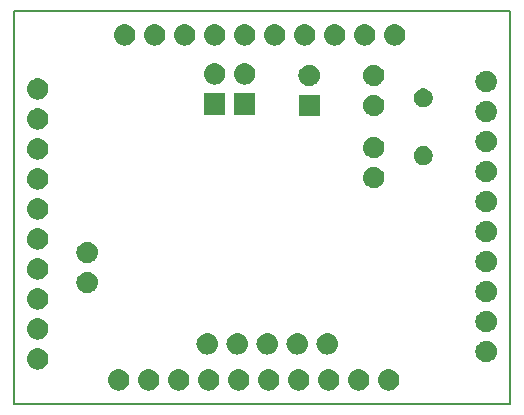
<source format=gbs>
G04 #@! TF.GenerationSoftware,KiCad,Pcbnew,(5.0.2)-1*
G04 #@! TF.CreationDate,2019-07-14T21:05:42+02:00*
G04 #@! TF.ProjectId,Rosatron,526f7361-7472-46f6-9e2e-6b696361645f,rev?*
G04 #@! TF.SameCoordinates,PX4c8bb40PY4eb9cf0*
G04 #@! TF.FileFunction,Soldermask,Bot*
G04 #@! TF.FilePolarity,Negative*
%FSLAX46Y46*%
G04 Gerber Fmt 4.6, Leading zero omitted, Abs format (unit mm)*
G04 Created by KiCad (PCBNEW (5.0.2)-1) date 14/07/2019 21:05:42*
%MOMM*%
%LPD*%
G01*
G04 APERTURE LIST*
%ADD10C,0.200000*%
%ADD11C,0.100000*%
G04 APERTURE END LIST*
D10*
X0Y33274000D02*
X42037000Y33274000D01*
X0Y0D02*
X0Y33274000D01*
X42037000Y0D02*
X0Y0D01*
X42037000Y33274000D02*
X42037000Y0D01*
D11*
G36*
X31860442Y2926482D02*
X31926627Y2919963D01*
X32039853Y2885616D01*
X32096467Y2868443D01*
X32235087Y2794348D01*
X32252991Y2784778D01*
X32288729Y2755448D01*
X32390186Y2672186D01*
X32473448Y2570729D01*
X32502778Y2534991D01*
X32502779Y2534989D01*
X32586443Y2378467D01*
X32586443Y2378466D01*
X32637963Y2208627D01*
X32655359Y2032000D01*
X32637963Y1855373D01*
X32603616Y1742147D01*
X32586443Y1685533D01*
X32512348Y1546913D01*
X32502778Y1529009D01*
X32473448Y1493271D01*
X32390186Y1391814D01*
X32288729Y1308552D01*
X32252991Y1279222D01*
X32252989Y1279221D01*
X32096467Y1195557D01*
X32039853Y1178384D01*
X31926627Y1144037D01*
X31860442Y1137518D01*
X31794260Y1131000D01*
X31705740Y1131000D01*
X31639558Y1137518D01*
X31573373Y1144037D01*
X31460147Y1178384D01*
X31403533Y1195557D01*
X31247011Y1279221D01*
X31247009Y1279222D01*
X31211271Y1308552D01*
X31109814Y1391814D01*
X31026552Y1493271D01*
X30997222Y1529009D01*
X30987652Y1546913D01*
X30913557Y1685533D01*
X30896384Y1742147D01*
X30862037Y1855373D01*
X30844641Y2032000D01*
X30862037Y2208627D01*
X30913557Y2378466D01*
X30913557Y2378467D01*
X30997221Y2534989D01*
X30997222Y2534991D01*
X31026552Y2570729D01*
X31109814Y2672186D01*
X31211271Y2755448D01*
X31247009Y2784778D01*
X31264913Y2794348D01*
X31403533Y2868443D01*
X31460147Y2885616D01*
X31573373Y2919963D01*
X31639558Y2926482D01*
X31705740Y2933000D01*
X31794260Y2933000D01*
X31860442Y2926482D01*
X31860442Y2926482D01*
G37*
G36*
X29320442Y2926482D02*
X29386627Y2919963D01*
X29499853Y2885616D01*
X29556467Y2868443D01*
X29695087Y2794348D01*
X29712991Y2784778D01*
X29748729Y2755448D01*
X29850186Y2672186D01*
X29933448Y2570729D01*
X29962778Y2534991D01*
X29962779Y2534989D01*
X30046443Y2378467D01*
X30046443Y2378466D01*
X30097963Y2208627D01*
X30115359Y2032000D01*
X30097963Y1855373D01*
X30063616Y1742147D01*
X30046443Y1685533D01*
X29972348Y1546913D01*
X29962778Y1529009D01*
X29933448Y1493271D01*
X29850186Y1391814D01*
X29748729Y1308552D01*
X29712991Y1279222D01*
X29712989Y1279221D01*
X29556467Y1195557D01*
X29499853Y1178384D01*
X29386627Y1144037D01*
X29320442Y1137518D01*
X29254260Y1131000D01*
X29165740Y1131000D01*
X29099558Y1137518D01*
X29033373Y1144037D01*
X28920147Y1178384D01*
X28863533Y1195557D01*
X28707011Y1279221D01*
X28707009Y1279222D01*
X28671271Y1308552D01*
X28569814Y1391814D01*
X28486552Y1493271D01*
X28457222Y1529009D01*
X28447652Y1546913D01*
X28373557Y1685533D01*
X28356384Y1742147D01*
X28322037Y1855373D01*
X28304641Y2032000D01*
X28322037Y2208627D01*
X28373557Y2378466D01*
X28373557Y2378467D01*
X28457221Y2534989D01*
X28457222Y2534991D01*
X28486552Y2570729D01*
X28569814Y2672186D01*
X28671271Y2755448D01*
X28707009Y2784778D01*
X28724913Y2794348D01*
X28863533Y2868443D01*
X28920147Y2885616D01*
X29033373Y2919963D01*
X29099558Y2926482D01*
X29165740Y2933000D01*
X29254260Y2933000D01*
X29320442Y2926482D01*
X29320442Y2926482D01*
G37*
G36*
X9000442Y2926482D02*
X9066627Y2919963D01*
X9179853Y2885616D01*
X9236467Y2868443D01*
X9375087Y2794348D01*
X9392991Y2784778D01*
X9428729Y2755448D01*
X9530186Y2672186D01*
X9613448Y2570729D01*
X9642778Y2534991D01*
X9642779Y2534989D01*
X9726443Y2378467D01*
X9726443Y2378466D01*
X9777963Y2208627D01*
X9795359Y2032000D01*
X9777963Y1855373D01*
X9743616Y1742147D01*
X9726443Y1685533D01*
X9652348Y1546913D01*
X9642778Y1529009D01*
X9613448Y1493271D01*
X9530186Y1391814D01*
X9428729Y1308552D01*
X9392991Y1279222D01*
X9392989Y1279221D01*
X9236467Y1195557D01*
X9179853Y1178384D01*
X9066627Y1144037D01*
X9000442Y1137518D01*
X8934260Y1131000D01*
X8845740Y1131000D01*
X8779558Y1137518D01*
X8713373Y1144037D01*
X8600147Y1178384D01*
X8543533Y1195557D01*
X8387011Y1279221D01*
X8387009Y1279222D01*
X8351271Y1308552D01*
X8249814Y1391814D01*
X8166552Y1493271D01*
X8137222Y1529009D01*
X8127652Y1546913D01*
X8053557Y1685533D01*
X8036384Y1742147D01*
X8002037Y1855373D01*
X7984641Y2032000D01*
X8002037Y2208627D01*
X8053557Y2378466D01*
X8053557Y2378467D01*
X8137221Y2534989D01*
X8137222Y2534991D01*
X8166552Y2570729D01*
X8249814Y2672186D01*
X8351271Y2755448D01*
X8387009Y2784778D01*
X8404913Y2794348D01*
X8543533Y2868443D01*
X8600147Y2885616D01*
X8713373Y2919963D01*
X8779558Y2926482D01*
X8845740Y2933000D01*
X8934260Y2933000D01*
X9000442Y2926482D01*
X9000442Y2926482D01*
G37*
G36*
X11540442Y2926482D02*
X11606627Y2919963D01*
X11719853Y2885616D01*
X11776467Y2868443D01*
X11915087Y2794348D01*
X11932991Y2784778D01*
X11968729Y2755448D01*
X12070186Y2672186D01*
X12153448Y2570729D01*
X12182778Y2534991D01*
X12182779Y2534989D01*
X12266443Y2378467D01*
X12266443Y2378466D01*
X12317963Y2208627D01*
X12335359Y2032000D01*
X12317963Y1855373D01*
X12283616Y1742147D01*
X12266443Y1685533D01*
X12192348Y1546913D01*
X12182778Y1529009D01*
X12153448Y1493271D01*
X12070186Y1391814D01*
X11968729Y1308552D01*
X11932991Y1279222D01*
X11932989Y1279221D01*
X11776467Y1195557D01*
X11719853Y1178384D01*
X11606627Y1144037D01*
X11540442Y1137518D01*
X11474260Y1131000D01*
X11385740Y1131000D01*
X11319558Y1137518D01*
X11253373Y1144037D01*
X11140147Y1178384D01*
X11083533Y1195557D01*
X10927011Y1279221D01*
X10927009Y1279222D01*
X10891271Y1308552D01*
X10789814Y1391814D01*
X10706552Y1493271D01*
X10677222Y1529009D01*
X10667652Y1546913D01*
X10593557Y1685533D01*
X10576384Y1742147D01*
X10542037Y1855373D01*
X10524641Y2032000D01*
X10542037Y2208627D01*
X10593557Y2378466D01*
X10593557Y2378467D01*
X10677221Y2534989D01*
X10677222Y2534991D01*
X10706552Y2570729D01*
X10789814Y2672186D01*
X10891271Y2755448D01*
X10927009Y2784778D01*
X10944913Y2794348D01*
X11083533Y2868443D01*
X11140147Y2885616D01*
X11253373Y2919963D01*
X11319558Y2926482D01*
X11385740Y2933000D01*
X11474260Y2933000D01*
X11540442Y2926482D01*
X11540442Y2926482D01*
G37*
G36*
X14080442Y2926482D02*
X14146627Y2919963D01*
X14259853Y2885616D01*
X14316467Y2868443D01*
X14455087Y2794348D01*
X14472991Y2784778D01*
X14508729Y2755448D01*
X14610186Y2672186D01*
X14693448Y2570729D01*
X14722778Y2534991D01*
X14722779Y2534989D01*
X14806443Y2378467D01*
X14806443Y2378466D01*
X14857963Y2208627D01*
X14875359Y2032000D01*
X14857963Y1855373D01*
X14823616Y1742147D01*
X14806443Y1685533D01*
X14732348Y1546913D01*
X14722778Y1529009D01*
X14693448Y1493271D01*
X14610186Y1391814D01*
X14508729Y1308552D01*
X14472991Y1279222D01*
X14472989Y1279221D01*
X14316467Y1195557D01*
X14259853Y1178384D01*
X14146627Y1144037D01*
X14080442Y1137518D01*
X14014260Y1131000D01*
X13925740Y1131000D01*
X13859558Y1137518D01*
X13793373Y1144037D01*
X13680147Y1178384D01*
X13623533Y1195557D01*
X13467011Y1279221D01*
X13467009Y1279222D01*
X13431271Y1308552D01*
X13329814Y1391814D01*
X13246552Y1493271D01*
X13217222Y1529009D01*
X13207652Y1546913D01*
X13133557Y1685533D01*
X13116384Y1742147D01*
X13082037Y1855373D01*
X13064641Y2032000D01*
X13082037Y2208627D01*
X13133557Y2378466D01*
X13133557Y2378467D01*
X13217221Y2534989D01*
X13217222Y2534991D01*
X13246552Y2570729D01*
X13329814Y2672186D01*
X13431271Y2755448D01*
X13467009Y2784778D01*
X13484913Y2794348D01*
X13623533Y2868443D01*
X13680147Y2885616D01*
X13793373Y2919963D01*
X13859558Y2926482D01*
X13925740Y2933000D01*
X14014260Y2933000D01*
X14080442Y2926482D01*
X14080442Y2926482D01*
G37*
G36*
X16620442Y2926482D02*
X16686627Y2919963D01*
X16799853Y2885616D01*
X16856467Y2868443D01*
X16995087Y2794348D01*
X17012991Y2784778D01*
X17048729Y2755448D01*
X17150186Y2672186D01*
X17233448Y2570729D01*
X17262778Y2534991D01*
X17262779Y2534989D01*
X17346443Y2378467D01*
X17346443Y2378466D01*
X17397963Y2208627D01*
X17415359Y2032000D01*
X17397963Y1855373D01*
X17363616Y1742147D01*
X17346443Y1685533D01*
X17272348Y1546913D01*
X17262778Y1529009D01*
X17233448Y1493271D01*
X17150186Y1391814D01*
X17048729Y1308552D01*
X17012991Y1279222D01*
X17012989Y1279221D01*
X16856467Y1195557D01*
X16799853Y1178384D01*
X16686627Y1144037D01*
X16620442Y1137518D01*
X16554260Y1131000D01*
X16465740Y1131000D01*
X16399558Y1137518D01*
X16333373Y1144037D01*
X16220147Y1178384D01*
X16163533Y1195557D01*
X16007011Y1279221D01*
X16007009Y1279222D01*
X15971271Y1308552D01*
X15869814Y1391814D01*
X15786552Y1493271D01*
X15757222Y1529009D01*
X15747652Y1546913D01*
X15673557Y1685533D01*
X15656384Y1742147D01*
X15622037Y1855373D01*
X15604641Y2032000D01*
X15622037Y2208627D01*
X15673557Y2378466D01*
X15673557Y2378467D01*
X15757221Y2534989D01*
X15757222Y2534991D01*
X15786552Y2570729D01*
X15869814Y2672186D01*
X15971271Y2755448D01*
X16007009Y2784778D01*
X16024913Y2794348D01*
X16163533Y2868443D01*
X16220147Y2885616D01*
X16333373Y2919963D01*
X16399558Y2926482D01*
X16465740Y2933000D01*
X16554260Y2933000D01*
X16620442Y2926482D01*
X16620442Y2926482D01*
G37*
G36*
X21700442Y2926482D02*
X21766627Y2919963D01*
X21879853Y2885616D01*
X21936467Y2868443D01*
X22075087Y2794348D01*
X22092991Y2784778D01*
X22128729Y2755448D01*
X22230186Y2672186D01*
X22313448Y2570729D01*
X22342778Y2534991D01*
X22342779Y2534989D01*
X22426443Y2378467D01*
X22426443Y2378466D01*
X22477963Y2208627D01*
X22495359Y2032000D01*
X22477963Y1855373D01*
X22443616Y1742147D01*
X22426443Y1685533D01*
X22352348Y1546913D01*
X22342778Y1529009D01*
X22313448Y1493271D01*
X22230186Y1391814D01*
X22128729Y1308552D01*
X22092991Y1279222D01*
X22092989Y1279221D01*
X21936467Y1195557D01*
X21879853Y1178384D01*
X21766627Y1144037D01*
X21700442Y1137518D01*
X21634260Y1131000D01*
X21545740Y1131000D01*
X21479558Y1137518D01*
X21413373Y1144037D01*
X21300147Y1178384D01*
X21243533Y1195557D01*
X21087011Y1279221D01*
X21087009Y1279222D01*
X21051271Y1308552D01*
X20949814Y1391814D01*
X20866552Y1493271D01*
X20837222Y1529009D01*
X20827652Y1546913D01*
X20753557Y1685533D01*
X20736384Y1742147D01*
X20702037Y1855373D01*
X20684641Y2032000D01*
X20702037Y2208627D01*
X20753557Y2378466D01*
X20753557Y2378467D01*
X20837221Y2534989D01*
X20837222Y2534991D01*
X20866552Y2570729D01*
X20949814Y2672186D01*
X21051271Y2755448D01*
X21087009Y2784778D01*
X21104913Y2794348D01*
X21243533Y2868443D01*
X21300147Y2885616D01*
X21413373Y2919963D01*
X21479558Y2926482D01*
X21545740Y2933000D01*
X21634260Y2933000D01*
X21700442Y2926482D01*
X21700442Y2926482D01*
G37*
G36*
X24240442Y2926482D02*
X24306627Y2919963D01*
X24419853Y2885616D01*
X24476467Y2868443D01*
X24615087Y2794348D01*
X24632991Y2784778D01*
X24668729Y2755448D01*
X24770186Y2672186D01*
X24853448Y2570729D01*
X24882778Y2534991D01*
X24882779Y2534989D01*
X24966443Y2378467D01*
X24966443Y2378466D01*
X25017963Y2208627D01*
X25035359Y2032000D01*
X25017963Y1855373D01*
X24983616Y1742147D01*
X24966443Y1685533D01*
X24892348Y1546913D01*
X24882778Y1529009D01*
X24853448Y1493271D01*
X24770186Y1391814D01*
X24668729Y1308552D01*
X24632991Y1279222D01*
X24632989Y1279221D01*
X24476467Y1195557D01*
X24419853Y1178384D01*
X24306627Y1144037D01*
X24240442Y1137518D01*
X24174260Y1131000D01*
X24085740Y1131000D01*
X24019558Y1137518D01*
X23953373Y1144037D01*
X23840147Y1178384D01*
X23783533Y1195557D01*
X23627011Y1279221D01*
X23627009Y1279222D01*
X23591271Y1308552D01*
X23489814Y1391814D01*
X23406552Y1493271D01*
X23377222Y1529009D01*
X23367652Y1546913D01*
X23293557Y1685533D01*
X23276384Y1742147D01*
X23242037Y1855373D01*
X23224641Y2032000D01*
X23242037Y2208627D01*
X23293557Y2378466D01*
X23293557Y2378467D01*
X23377221Y2534989D01*
X23377222Y2534991D01*
X23406552Y2570729D01*
X23489814Y2672186D01*
X23591271Y2755448D01*
X23627009Y2784778D01*
X23644913Y2794348D01*
X23783533Y2868443D01*
X23840147Y2885616D01*
X23953373Y2919963D01*
X24019558Y2926482D01*
X24085740Y2933000D01*
X24174260Y2933000D01*
X24240442Y2926482D01*
X24240442Y2926482D01*
G37*
G36*
X26780442Y2926482D02*
X26846627Y2919963D01*
X26959853Y2885616D01*
X27016467Y2868443D01*
X27155087Y2794348D01*
X27172991Y2784778D01*
X27208729Y2755448D01*
X27310186Y2672186D01*
X27393448Y2570729D01*
X27422778Y2534991D01*
X27422779Y2534989D01*
X27506443Y2378467D01*
X27506443Y2378466D01*
X27557963Y2208627D01*
X27575359Y2032000D01*
X27557963Y1855373D01*
X27523616Y1742147D01*
X27506443Y1685533D01*
X27432348Y1546913D01*
X27422778Y1529009D01*
X27393448Y1493271D01*
X27310186Y1391814D01*
X27208729Y1308552D01*
X27172991Y1279222D01*
X27172989Y1279221D01*
X27016467Y1195557D01*
X26959853Y1178384D01*
X26846627Y1144037D01*
X26780442Y1137518D01*
X26714260Y1131000D01*
X26625740Y1131000D01*
X26559558Y1137518D01*
X26493373Y1144037D01*
X26380147Y1178384D01*
X26323533Y1195557D01*
X26167011Y1279221D01*
X26167009Y1279222D01*
X26131271Y1308552D01*
X26029814Y1391814D01*
X25946552Y1493271D01*
X25917222Y1529009D01*
X25907652Y1546913D01*
X25833557Y1685533D01*
X25816384Y1742147D01*
X25782037Y1855373D01*
X25764641Y2032000D01*
X25782037Y2208627D01*
X25833557Y2378466D01*
X25833557Y2378467D01*
X25917221Y2534989D01*
X25917222Y2534991D01*
X25946552Y2570729D01*
X26029814Y2672186D01*
X26131271Y2755448D01*
X26167009Y2784778D01*
X26184913Y2794348D01*
X26323533Y2868443D01*
X26380147Y2885616D01*
X26493373Y2919963D01*
X26559558Y2926482D01*
X26625740Y2933000D01*
X26714260Y2933000D01*
X26780442Y2926482D01*
X26780442Y2926482D01*
G37*
G36*
X19160442Y2926482D02*
X19226627Y2919963D01*
X19339853Y2885616D01*
X19396467Y2868443D01*
X19535087Y2794348D01*
X19552991Y2784778D01*
X19588729Y2755448D01*
X19690186Y2672186D01*
X19773448Y2570729D01*
X19802778Y2534991D01*
X19802779Y2534989D01*
X19886443Y2378467D01*
X19886443Y2378466D01*
X19937963Y2208627D01*
X19955359Y2032000D01*
X19937963Y1855373D01*
X19903616Y1742147D01*
X19886443Y1685533D01*
X19812348Y1546913D01*
X19802778Y1529009D01*
X19773448Y1493271D01*
X19690186Y1391814D01*
X19588729Y1308552D01*
X19552991Y1279222D01*
X19552989Y1279221D01*
X19396467Y1195557D01*
X19339853Y1178384D01*
X19226627Y1144037D01*
X19160442Y1137518D01*
X19094260Y1131000D01*
X19005740Y1131000D01*
X18939558Y1137518D01*
X18873373Y1144037D01*
X18760147Y1178384D01*
X18703533Y1195557D01*
X18547011Y1279221D01*
X18547009Y1279222D01*
X18511271Y1308552D01*
X18409814Y1391814D01*
X18326552Y1493271D01*
X18297222Y1529009D01*
X18287652Y1546913D01*
X18213557Y1685533D01*
X18196384Y1742147D01*
X18162037Y1855373D01*
X18144641Y2032000D01*
X18162037Y2208627D01*
X18213557Y2378466D01*
X18213557Y2378467D01*
X18297221Y2534989D01*
X18297222Y2534991D01*
X18326552Y2570729D01*
X18409814Y2672186D01*
X18511271Y2755448D01*
X18547009Y2784778D01*
X18564913Y2794348D01*
X18703533Y2868443D01*
X18760147Y2885616D01*
X18873373Y2919963D01*
X18939558Y2926482D01*
X19005740Y2933000D01*
X19094260Y2933000D01*
X19160442Y2926482D01*
X19160442Y2926482D01*
G37*
G36*
X2142443Y4704481D02*
X2208627Y4697963D01*
X2321853Y4663616D01*
X2378467Y4646443D01*
X2508363Y4577011D01*
X2534991Y4562778D01*
X2570729Y4533448D01*
X2672186Y4450186D01*
X2755448Y4348729D01*
X2784778Y4312991D01*
X2784779Y4312989D01*
X2868443Y4156467D01*
X2868443Y4156466D01*
X2919963Y3986627D01*
X2937359Y3810000D01*
X2919963Y3633373D01*
X2912435Y3608557D01*
X2868443Y3463533D01*
X2794348Y3324913D01*
X2784778Y3307009D01*
X2755448Y3271271D01*
X2672186Y3169814D01*
X2570729Y3086552D01*
X2534991Y3057222D01*
X2534989Y3057221D01*
X2378467Y2973557D01*
X2321853Y2956384D01*
X2208627Y2922037D01*
X2142442Y2915518D01*
X2076260Y2909000D01*
X1987740Y2909000D01*
X1921558Y2915518D01*
X1855373Y2922037D01*
X1742147Y2956384D01*
X1685533Y2973557D01*
X1529011Y3057221D01*
X1529009Y3057222D01*
X1493271Y3086552D01*
X1391814Y3169814D01*
X1308552Y3271271D01*
X1279222Y3307009D01*
X1269652Y3324913D01*
X1195557Y3463533D01*
X1151565Y3608557D01*
X1144037Y3633373D01*
X1126641Y3810000D01*
X1144037Y3986627D01*
X1195557Y4156466D01*
X1195557Y4156467D01*
X1279221Y4312989D01*
X1279222Y4312991D01*
X1308552Y4348729D01*
X1391814Y4450186D01*
X1493271Y4533448D01*
X1529009Y4562778D01*
X1555637Y4577011D01*
X1685533Y4646443D01*
X1742147Y4663616D01*
X1855373Y4697963D01*
X1921557Y4704481D01*
X1987740Y4711000D01*
X2076260Y4711000D01*
X2142443Y4704481D01*
X2142443Y4704481D01*
G37*
G36*
X40115443Y5339481D02*
X40181627Y5332963D01*
X40294853Y5298616D01*
X40351467Y5281443D01*
X40490087Y5207348D01*
X40507991Y5197778D01*
X40543729Y5168448D01*
X40645186Y5085186D01*
X40728448Y4983729D01*
X40757778Y4947991D01*
X40757779Y4947989D01*
X40841443Y4791467D01*
X40841443Y4791466D01*
X40892963Y4621627D01*
X40910359Y4445000D01*
X40892963Y4268373D01*
X40885435Y4243557D01*
X40841443Y4098533D01*
X40781627Y3986627D01*
X40757778Y3942009D01*
X40728448Y3906271D01*
X40645186Y3804814D01*
X40543729Y3721552D01*
X40507991Y3692222D01*
X40507989Y3692221D01*
X40351467Y3608557D01*
X40294853Y3591384D01*
X40181627Y3557037D01*
X40115443Y3550519D01*
X40049260Y3544000D01*
X39960740Y3544000D01*
X39894557Y3550519D01*
X39828373Y3557037D01*
X39715147Y3591384D01*
X39658533Y3608557D01*
X39502011Y3692221D01*
X39502009Y3692222D01*
X39466271Y3721552D01*
X39364814Y3804814D01*
X39281552Y3906271D01*
X39252222Y3942009D01*
X39228373Y3986627D01*
X39168557Y4098533D01*
X39124565Y4243557D01*
X39117037Y4268373D01*
X39099641Y4445000D01*
X39117037Y4621627D01*
X39168557Y4791466D01*
X39168557Y4791467D01*
X39252221Y4947989D01*
X39252222Y4947991D01*
X39281552Y4983729D01*
X39364814Y5085186D01*
X39466271Y5168448D01*
X39502009Y5197778D01*
X39519913Y5207348D01*
X39658533Y5281443D01*
X39715147Y5298616D01*
X39828373Y5332963D01*
X39894557Y5339481D01*
X39960740Y5346000D01*
X40049260Y5346000D01*
X40115443Y5339481D01*
X40115443Y5339481D01*
G37*
G36*
X21573443Y5974481D02*
X21639627Y5967963D01*
X21752853Y5933616D01*
X21809467Y5916443D01*
X21939363Y5847011D01*
X21965991Y5832778D01*
X22001729Y5803448D01*
X22103186Y5720186D01*
X22186448Y5618729D01*
X22215778Y5582991D01*
X22215779Y5582989D01*
X22299443Y5426467D01*
X22299443Y5426466D01*
X22350963Y5256627D01*
X22368359Y5080000D01*
X22350963Y4903373D01*
X22317017Y4791467D01*
X22299443Y4733533D01*
X22280430Y4697963D01*
X22215778Y4577009D01*
X22186448Y4541271D01*
X22103186Y4439814D01*
X22001729Y4356552D01*
X21965991Y4327222D01*
X21965989Y4327221D01*
X21809467Y4243557D01*
X21752853Y4226384D01*
X21639627Y4192037D01*
X21573443Y4185519D01*
X21507260Y4179000D01*
X21418740Y4179000D01*
X21352557Y4185519D01*
X21286373Y4192037D01*
X21173147Y4226384D01*
X21116533Y4243557D01*
X20960011Y4327221D01*
X20960009Y4327222D01*
X20924271Y4356552D01*
X20822814Y4439814D01*
X20739552Y4541271D01*
X20710222Y4577009D01*
X20645570Y4697963D01*
X20626557Y4733533D01*
X20608983Y4791467D01*
X20575037Y4903373D01*
X20557641Y5080000D01*
X20575037Y5256627D01*
X20626557Y5426466D01*
X20626557Y5426467D01*
X20710221Y5582989D01*
X20710222Y5582991D01*
X20739552Y5618729D01*
X20822814Y5720186D01*
X20924271Y5803448D01*
X20960009Y5832778D01*
X20986637Y5847011D01*
X21116533Y5916443D01*
X21173147Y5933616D01*
X21286373Y5967963D01*
X21352557Y5974481D01*
X21418740Y5981000D01*
X21507260Y5981000D01*
X21573443Y5974481D01*
X21573443Y5974481D01*
G37*
G36*
X24113443Y5974481D02*
X24179627Y5967963D01*
X24292853Y5933616D01*
X24349467Y5916443D01*
X24479363Y5847011D01*
X24505991Y5832778D01*
X24541729Y5803448D01*
X24643186Y5720186D01*
X24726448Y5618729D01*
X24755778Y5582991D01*
X24755779Y5582989D01*
X24839443Y5426467D01*
X24839443Y5426466D01*
X24890963Y5256627D01*
X24908359Y5080000D01*
X24890963Y4903373D01*
X24857017Y4791467D01*
X24839443Y4733533D01*
X24820430Y4697963D01*
X24755778Y4577009D01*
X24726448Y4541271D01*
X24643186Y4439814D01*
X24541729Y4356552D01*
X24505991Y4327222D01*
X24505989Y4327221D01*
X24349467Y4243557D01*
X24292853Y4226384D01*
X24179627Y4192037D01*
X24113443Y4185519D01*
X24047260Y4179000D01*
X23958740Y4179000D01*
X23892557Y4185519D01*
X23826373Y4192037D01*
X23713147Y4226384D01*
X23656533Y4243557D01*
X23500011Y4327221D01*
X23500009Y4327222D01*
X23464271Y4356552D01*
X23362814Y4439814D01*
X23279552Y4541271D01*
X23250222Y4577009D01*
X23185570Y4697963D01*
X23166557Y4733533D01*
X23148983Y4791467D01*
X23115037Y4903373D01*
X23097641Y5080000D01*
X23115037Y5256627D01*
X23166557Y5426466D01*
X23166557Y5426467D01*
X23250221Y5582989D01*
X23250222Y5582991D01*
X23279552Y5618729D01*
X23362814Y5720186D01*
X23464271Y5803448D01*
X23500009Y5832778D01*
X23526637Y5847011D01*
X23656533Y5916443D01*
X23713147Y5933616D01*
X23826373Y5967963D01*
X23892557Y5974481D01*
X23958740Y5981000D01*
X24047260Y5981000D01*
X24113443Y5974481D01*
X24113443Y5974481D01*
G37*
G36*
X26653443Y5974481D02*
X26719627Y5967963D01*
X26832853Y5933616D01*
X26889467Y5916443D01*
X27019363Y5847011D01*
X27045991Y5832778D01*
X27081729Y5803448D01*
X27183186Y5720186D01*
X27266448Y5618729D01*
X27295778Y5582991D01*
X27295779Y5582989D01*
X27379443Y5426467D01*
X27379443Y5426466D01*
X27430963Y5256627D01*
X27448359Y5080000D01*
X27430963Y4903373D01*
X27397017Y4791467D01*
X27379443Y4733533D01*
X27360430Y4697963D01*
X27295778Y4577009D01*
X27266448Y4541271D01*
X27183186Y4439814D01*
X27081729Y4356552D01*
X27045991Y4327222D01*
X27045989Y4327221D01*
X26889467Y4243557D01*
X26832853Y4226384D01*
X26719627Y4192037D01*
X26653443Y4185519D01*
X26587260Y4179000D01*
X26498740Y4179000D01*
X26432557Y4185519D01*
X26366373Y4192037D01*
X26253147Y4226384D01*
X26196533Y4243557D01*
X26040011Y4327221D01*
X26040009Y4327222D01*
X26004271Y4356552D01*
X25902814Y4439814D01*
X25819552Y4541271D01*
X25790222Y4577009D01*
X25725570Y4697963D01*
X25706557Y4733533D01*
X25688983Y4791467D01*
X25655037Y4903373D01*
X25637641Y5080000D01*
X25655037Y5256627D01*
X25706557Y5426466D01*
X25706557Y5426467D01*
X25790221Y5582989D01*
X25790222Y5582991D01*
X25819552Y5618729D01*
X25902814Y5720186D01*
X26004271Y5803448D01*
X26040009Y5832778D01*
X26066637Y5847011D01*
X26196533Y5916443D01*
X26253147Y5933616D01*
X26366373Y5967963D01*
X26432557Y5974481D01*
X26498740Y5981000D01*
X26587260Y5981000D01*
X26653443Y5974481D01*
X26653443Y5974481D01*
G37*
G36*
X19033443Y5974481D02*
X19099627Y5967963D01*
X19212853Y5933616D01*
X19269467Y5916443D01*
X19399363Y5847011D01*
X19425991Y5832778D01*
X19461729Y5803448D01*
X19563186Y5720186D01*
X19646448Y5618729D01*
X19675778Y5582991D01*
X19675779Y5582989D01*
X19759443Y5426467D01*
X19759443Y5426466D01*
X19810963Y5256627D01*
X19828359Y5080000D01*
X19810963Y4903373D01*
X19777017Y4791467D01*
X19759443Y4733533D01*
X19740430Y4697963D01*
X19675778Y4577009D01*
X19646448Y4541271D01*
X19563186Y4439814D01*
X19461729Y4356552D01*
X19425991Y4327222D01*
X19425989Y4327221D01*
X19269467Y4243557D01*
X19212853Y4226384D01*
X19099627Y4192037D01*
X19033443Y4185519D01*
X18967260Y4179000D01*
X18878740Y4179000D01*
X18812557Y4185519D01*
X18746373Y4192037D01*
X18633147Y4226384D01*
X18576533Y4243557D01*
X18420011Y4327221D01*
X18420009Y4327222D01*
X18384271Y4356552D01*
X18282814Y4439814D01*
X18199552Y4541271D01*
X18170222Y4577009D01*
X18105570Y4697963D01*
X18086557Y4733533D01*
X18068983Y4791467D01*
X18035037Y4903373D01*
X18017641Y5080000D01*
X18035037Y5256627D01*
X18086557Y5426466D01*
X18086557Y5426467D01*
X18170221Y5582989D01*
X18170222Y5582991D01*
X18199552Y5618729D01*
X18282814Y5720186D01*
X18384271Y5803448D01*
X18420009Y5832778D01*
X18446637Y5847011D01*
X18576533Y5916443D01*
X18633147Y5933616D01*
X18746373Y5967963D01*
X18812557Y5974481D01*
X18878740Y5981000D01*
X18967260Y5981000D01*
X19033443Y5974481D01*
X19033443Y5974481D01*
G37*
G36*
X16493443Y5974481D02*
X16559627Y5967963D01*
X16672853Y5933616D01*
X16729467Y5916443D01*
X16859363Y5847011D01*
X16885991Y5832778D01*
X16921729Y5803448D01*
X17023186Y5720186D01*
X17106448Y5618729D01*
X17135778Y5582991D01*
X17135779Y5582989D01*
X17219443Y5426467D01*
X17219443Y5426466D01*
X17270963Y5256627D01*
X17288359Y5080000D01*
X17270963Y4903373D01*
X17237017Y4791467D01*
X17219443Y4733533D01*
X17200430Y4697963D01*
X17135778Y4577009D01*
X17106448Y4541271D01*
X17023186Y4439814D01*
X16921729Y4356552D01*
X16885991Y4327222D01*
X16885989Y4327221D01*
X16729467Y4243557D01*
X16672853Y4226384D01*
X16559627Y4192037D01*
X16493443Y4185519D01*
X16427260Y4179000D01*
X16338740Y4179000D01*
X16272557Y4185519D01*
X16206373Y4192037D01*
X16093147Y4226384D01*
X16036533Y4243557D01*
X15880011Y4327221D01*
X15880009Y4327222D01*
X15844271Y4356552D01*
X15742814Y4439814D01*
X15659552Y4541271D01*
X15630222Y4577009D01*
X15565570Y4697963D01*
X15546557Y4733533D01*
X15528983Y4791467D01*
X15495037Y4903373D01*
X15477641Y5080000D01*
X15495037Y5256627D01*
X15546557Y5426466D01*
X15546557Y5426467D01*
X15630221Y5582989D01*
X15630222Y5582991D01*
X15659552Y5618729D01*
X15742814Y5720186D01*
X15844271Y5803448D01*
X15880009Y5832778D01*
X15906637Y5847011D01*
X16036533Y5916443D01*
X16093147Y5933616D01*
X16206373Y5967963D01*
X16272557Y5974481D01*
X16338740Y5981000D01*
X16427260Y5981000D01*
X16493443Y5974481D01*
X16493443Y5974481D01*
G37*
G36*
X2142442Y7244482D02*
X2208627Y7237963D01*
X2321853Y7203616D01*
X2378467Y7186443D01*
X2517087Y7112348D01*
X2534991Y7102778D01*
X2570729Y7073448D01*
X2672186Y6990186D01*
X2755448Y6888729D01*
X2784778Y6852991D01*
X2784779Y6852989D01*
X2868443Y6696467D01*
X2868443Y6696466D01*
X2919963Y6526627D01*
X2937359Y6350000D01*
X2919963Y6173373D01*
X2912435Y6148557D01*
X2868443Y6003533D01*
X2849430Y5967963D01*
X2784778Y5847009D01*
X2755448Y5811271D01*
X2672186Y5709814D01*
X2570729Y5626552D01*
X2534991Y5597222D01*
X2534989Y5597221D01*
X2378467Y5513557D01*
X2321853Y5496384D01*
X2208627Y5462037D01*
X2142442Y5455518D01*
X2076260Y5449000D01*
X1987740Y5449000D01*
X1921558Y5455518D01*
X1855373Y5462037D01*
X1742147Y5496384D01*
X1685533Y5513557D01*
X1529011Y5597221D01*
X1529009Y5597222D01*
X1493271Y5626552D01*
X1391814Y5709814D01*
X1308552Y5811271D01*
X1279222Y5847009D01*
X1214570Y5967963D01*
X1195557Y6003533D01*
X1151565Y6148557D01*
X1144037Y6173373D01*
X1126641Y6350000D01*
X1144037Y6526627D01*
X1195557Y6696466D01*
X1195557Y6696467D01*
X1279221Y6852989D01*
X1279222Y6852991D01*
X1308552Y6888729D01*
X1391814Y6990186D01*
X1493271Y7073448D01*
X1529009Y7102778D01*
X1546913Y7112348D01*
X1685533Y7186443D01*
X1742147Y7203616D01*
X1855373Y7237963D01*
X1921558Y7244482D01*
X1987740Y7251000D01*
X2076260Y7251000D01*
X2142442Y7244482D01*
X2142442Y7244482D01*
G37*
G36*
X40115442Y7879482D02*
X40181627Y7872963D01*
X40294853Y7838616D01*
X40351467Y7821443D01*
X40490087Y7747348D01*
X40507991Y7737778D01*
X40543729Y7708448D01*
X40645186Y7625186D01*
X40728448Y7523729D01*
X40757778Y7487991D01*
X40757779Y7487989D01*
X40841443Y7331467D01*
X40841443Y7331466D01*
X40892963Y7161627D01*
X40910359Y6985000D01*
X40892963Y6808373D01*
X40859017Y6696467D01*
X40841443Y6638533D01*
X40781627Y6526627D01*
X40757778Y6482009D01*
X40728448Y6446271D01*
X40645186Y6344814D01*
X40543729Y6261552D01*
X40507991Y6232222D01*
X40507989Y6232221D01*
X40351467Y6148557D01*
X40294853Y6131384D01*
X40181627Y6097037D01*
X40115443Y6090519D01*
X40049260Y6084000D01*
X39960740Y6084000D01*
X39894557Y6090519D01*
X39828373Y6097037D01*
X39715147Y6131384D01*
X39658533Y6148557D01*
X39502011Y6232221D01*
X39502009Y6232222D01*
X39466271Y6261552D01*
X39364814Y6344814D01*
X39281552Y6446271D01*
X39252222Y6482009D01*
X39228373Y6526627D01*
X39168557Y6638533D01*
X39150983Y6696467D01*
X39117037Y6808373D01*
X39099641Y6985000D01*
X39117037Y7161627D01*
X39168557Y7331466D01*
X39168557Y7331467D01*
X39252221Y7487989D01*
X39252222Y7487991D01*
X39281552Y7523729D01*
X39364814Y7625186D01*
X39466271Y7708448D01*
X39502009Y7737778D01*
X39519913Y7747348D01*
X39658533Y7821443D01*
X39715147Y7838616D01*
X39828373Y7872963D01*
X39894558Y7879482D01*
X39960740Y7886000D01*
X40049260Y7886000D01*
X40115442Y7879482D01*
X40115442Y7879482D01*
G37*
G36*
X2142442Y9784482D02*
X2208627Y9777963D01*
X2321853Y9743616D01*
X2378467Y9726443D01*
X2517087Y9652348D01*
X2534991Y9642778D01*
X2570729Y9613448D01*
X2672186Y9530186D01*
X2755448Y9428729D01*
X2784778Y9392991D01*
X2784779Y9392989D01*
X2868443Y9236467D01*
X2868443Y9236466D01*
X2919963Y9066627D01*
X2937359Y8890000D01*
X2919963Y8713373D01*
X2912435Y8688557D01*
X2868443Y8543533D01*
X2794348Y8404913D01*
X2784778Y8387009D01*
X2755448Y8351271D01*
X2672186Y8249814D01*
X2570729Y8166552D01*
X2534991Y8137222D01*
X2534989Y8137221D01*
X2378467Y8053557D01*
X2321853Y8036384D01*
X2208627Y8002037D01*
X2142442Y7995518D01*
X2076260Y7989000D01*
X1987740Y7989000D01*
X1921558Y7995518D01*
X1855373Y8002037D01*
X1742147Y8036384D01*
X1685533Y8053557D01*
X1529011Y8137221D01*
X1529009Y8137222D01*
X1493271Y8166552D01*
X1391814Y8249814D01*
X1308552Y8351271D01*
X1279222Y8387009D01*
X1269652Y8404913D01*
X1195557Y8543533D01*
X1151565Y8688557D01*
X1144037Y8713373D01*
X1126641Y8890000D01*
X1144037Y9066627D01*
X1195557Y9236466D01*
X1195557Y9236467D01*
X1279221Y9392989D01*
X1279222Y9392991D01*
X1308552Y9428729D01*
X1391814Y9530186D01*
X1493271Y9613448D01*
X1529009Y9642778D01*
X1546913Y9652348D01*
X1685533Y9726443D01*
X1742147Y9743616D01*
X1855373Y9777963D01*
X1921558Y9784482D01*
X1987740Y9791000D01*
X2076260Y9791000D01*
X2142442Y9784482D01*
X2142442Y9784482D01*
G37*
G36*
X40115443Y10419481D02*
X40181627Y10412963D01*
X40294853Y10378616D01*
X40351467Y10361443D01*
X40490087Y10287348D01*
X40507991Y10277778D01*
X40543729Y10248448D01*
X40645186Y10165186D01*
X40728448Y10063729D01*
X40757778Y10027991D01*
X40757779Y10027989D01*
X40841443Y9871467D01*
X40841443Y9871466D01*
X40892963Y9701627D01*
X40910359Y9525000D01*
X40892963Y9348373D01*
X40859017Y9236467D01*
X40841443Y9178533D01*
X40781627Y9066627D01*
X40757778Y9022009D01*
X40728448Y8986271D01*
X40645186Y8884814D01*
X40543729Y8801552D01*
X40507991Y8772222D01*
X40507989Y8772221D01*
X40351467Y8688557D01*
X40294853Y8671384D01*
X40181627Y8637037D01*
X40115443Y8630519D01*
X40049260Y8624000D01*
X39960740Y8624000D01*
X39894557Y8630519D01*
X39828373Y8637037D01*
X39715147Y8671384D01*
X39658533Y8688557D01*
X39502011Y8772221D01*
X39502009Y8772222D01*
X39466271Y8801552D01*
X39364814Y8884814D01*
X39281552Y8986271D01*
X39252222Y9022009D01*
X39228373Y9066627D01*
X39168557Y9178533D01*
X39150983Y9236467D01*
X39117037Y9348373D01*
X39099641Y9525000D01*
X39117037Y9701627D01*
X39168557Y9871466D01*
X39168557Y9871467D01*
X39252221Y10027989D01*
X39252222Y10027991D01*
X39281552Y10063729D01*
X39364814Y10165186D01*
X39466271Y10248448D01*
X39502009Y10277778D01*
X39519913Y10287348D01*
X39658533Y10361443D01*
X39715147Y10378616D01*
X39828373Y10412963D01*
X39894557Y10419481D01*
X39960740Y10426000D01*
X40049260Y10426000D01*
X40115443Y10419481D01*
X40115443Y10419481D01*
G37*
G36*
X6333442Y11181482D02*
X6399627Y11174963D01*
X6512853Y11140616D01*
X6569467Y11123443D01*
X6644130Y11083534D01*
X6725991Y11039778D01*
X6761729Y11010448D01*
X6863186Y10927186D01*
X6946448Y10825729D01*
X6975778Y10789991D01*
X6975779Y10789989D01*
X7059443Y10633467D01*
X7059443Y10633466D01*
X7110963Y10463627D01*
X7128359Y10287000D01*
X7110963Y10110373D01*
X7085973Y10027991D01*
X7059443Y9940533D01*
X7022526Y9871467D01*
X6975778Y9784009D01*
X6970816Y9777963D01*
X6863186Y9646814D01*
X6761729Y9563552D01*
X6725991Y9534222D01*
X6725989Y9534221D01*
X6569467Y9450557D01*
X6512853Y9433384D01*
X6399627Y9399037D01*
X6333443Y9392519D01*
X6267260Y9386000D01*
X6178740Y9386000D01*
X6112557Y9392519D01*
X6046373Y9399037D01*
X5933147Y9433384D01*
X5876533Y9450557D01*
X5720011Y9534221D01*
X5720009Y9534222D01*
X5684271Y9563552D01*
X5582814Y9646814D01*
X5475184Y9777963D01*
X5470222Y9784009D01*
X5423474Y9871467D01*
X5386557Y9940533D01*
X5360027Y10027991D01*
X5335037Y10110373D01*
X5317641Y10287000D01*
X5335037Y10463627D01*
X5386557Y10633466D01*
X5386557Y10633467D01*
X5470221Y10789989D01*
X5470222Y10789991D01*
X5499552Y10825729D01*
X5582814Y10927186D01*
X5684271Y11010448D01*
X5720009Y11039778D01*
X5801870Y11083534D01*
X5876533Y11123443D01*
X5933147Y11140616D01*
X6046373Y11174963D01*
X6112558Y11181482D01*
X6178740Y11188000D01*
X6267260Y11188000D01*
X6333442Y11181482D01*
X6333442Y11181482D01*
G37*
G36*
X2142442Y12324482D02*
X2208627Y12317963D01*
X2321853Y12283616D01*
X2378467Y12266443D01*
X2517087Y12192348D01*
X2534991Y12182778D01*
X2570729Y12153448D01*
X2672186Y12070186D01*
X2755448Y11968729D01*
X2784778Y11932991D01*
X2784779Y11932989D01*
X2868443Y11776467D01*
X2868443Y11776466D01*
X2919963Y11606627D01*
X2937359Y11430000D01*
X2919963Y11253373D01*
X2892852Y11164000D01*
X2868443Y11083533D01*
X2845055Y11039778D01*
X2784778Y10927009D01*
X2755448Y10891271D01*
X2672186Y10789814D01*
X2570729Y10706552D01*
X2534991Y10677222D01*
X2534989Y10677221D01*
X2378467Y10593557D01*
X2321853Y10576384D01*
X2208627Y10542037D01*
X2142443Y10535519D01*
X2076260Y10529000D01*
X1987740Y10529000D01*
X1921557Y10535519D01*
X1855373Y10542037D01*
X1742147Y10576384D01*
X1685533Y10593557D01*
X1529011Y10677221D01*
X1529009Y10677222D01*
X1493271Y10706552D01*
X1391814Y10789814D01*
X1308552Y10891271D01*
X1279222Y10927009D01*
X1218945Y11039778D01*
X1195557Y11083533D01*
X1171148Y11164000D01*
X1144037Y11253373D01*
X1126641Y11430000D01*
X1144037Y11606627D01*
X1195557Y11776466D01*
X1195557Y11776467D01*
X1279221Y11932989D01*
X1279222Y11932991D01*
X1308552Y11968729D01*
X1391814Y12070186D01*
X1493271Y12153448D01*
X1529009Y12182778D01*
X1546913Y12192348D01*
X1685533Y12266443D01*
X1742147Y12283616D01*
X1855373Y12317963D01*
X1921558Y12324482D01*
X1987740Y12331000D01*
X2076260Y12331000D01*
X2142442Y12324482D01*
X2142442Y12324482D01*
G37*
G36*
X40115442Y12959482D02*
X40181627Y12952963D01*
X40294853Y12918616D01*
X40351467Y12901443D01*
X40490087Y12827348D01*
X40507991Y12817778D01*
X40543729Y12788448D01*
X40645186Y12705186D01*
X40728448Y12603729D01*
X40757778Y12567991D01*
X40757779Y12567989D01*
X40841443Y12411467D01*
X40841443Y12411466D01*
X40892963Y12241627D01*
X40910359Y12065000D01*
X40892963Y11888373D01*
X40859017Y11776467D01*
X40841443Y11718533D01*
X40781627Y11606627D01*
X40757778Y11562009D01*
X40728448Y11526271D01*
X40645186Y11424814D01*
X40543729Y11341552D01*
X40507991Y11312222D01*
X40507989Y11312221D01*
X40351467Y11228557D01*
X40294853Y11211384D01*
X40181627Y11177037D01*
X40115442Y11170518D01*
X40049260Y11164000D01*
X39960740Y11164000D01*
X39894558Y11170518D01*
X39828373Y11177037D01*
X39715147Y11211384D01*
X39658533Y11228557D01*
X39502011Y11312221D01*
X39502009Y11312222D01*
X39466271Y11341552D01*
X39364814Y11424814D01*
X39281552Y11526271D01*
X39252222Y11562009D01*
X39228373Y11606627D01*
X39168557Y11718533D01*
X39150983Y11776467D01*
X39117037Y11888373D01*
X39099641Y12065000D01*
X39117037Y12241627D01*
X39168557Y12411466D01*
X39168557Y12411467D01*
X39252221Y12567989D01*
X39252222Y12567991D01*
X39281552Y12603729D01*
X39364814Y12705186D01*
X39466271Y12788448D01*
X39502009Y12817778D01*
X39519913Y12827348D01*
X39658533Y12901443D01*
X39715147Y12918616D01*
X39828373Y12952963D01*
X39894558Y12959482D01*
X39960740Y12966000D01*
X40049260Y12966000D01*
X40115442Y12959482D01*
X40115442Y12959482D01*
G37*
G36*
X6333443Y13721481D02*
X6399627Y13714963D01*
X6512853Y13680616D01*
X6569467Y13663443D01*
X6644130Y13623534D01*
X6725991Y13579778D01*
X6761729Y13550448D01*
X6863186Y13467186D01*
X6946448Y13365729D01*
X6975778Y13329991D01*
X6975779Y13329989D01*
X7059443Y13173467D01*
X7059443Y13173466D01*
X7110963Y13003627D01*
X7128359Y12827000D01*
X7110963Y12650373D01*
X7085973Y12567991D01*
X7059443Y12480533D01*
X7022526Y12411467D01*
X6975778Y12324009D01*
X6970816Y12317963D01*
X6863186Y12186814D01*
X6761729Y12103552D01*
X6725991Y12074222D01*
X6725989Y12074221D01*
X6569467Y11990557D01*
X6512853Y11973384D01*
X6399627Y11939037D01*
X6333442Y11932518D01*
X6267260Y11926000D01*
X6178740Y11926000D01*
X6112558Y11932518D01*
X6046373Y11939037D01*
X5933147Y11973384D01*
X5876533Y11990557D01*
X5720011Y12074221D01*
X5720009Y12074222D01*
X5684271Y12103552D01*
X5582814Y12186814D01*
X5475184Y12317963D01*
X5470222Y12324009D01*
X5423474Y12411467D01*
X5386557Y12480533D01*
X5360027Y12567991D01*
X5335037Y12650373D01*
X5317641Y12827000D01*
X5335037Y13003627D01*
X5386557Y13173466D01*
X5386557Y13173467D01*
X5470221Y13329989D01*
X5470222Y13329991D01*
X5499552Y13365729D01*
X5582814Y13467186D01*
X5684271Y13550448D01*
X5720009Y13579778D01*
X5801870Y13623534D01*
X5876533Y13663443D01*
X5933147Y13680616D01*
X6046373Y13714963D01*
X6112557Y13721481D01*
X6178740Y13728000D01*
X6267260Y13728000D01*
X6333443Y13721481D01*
X6333443Y13721481D01*
G37*
G36*
X2142443Y14864481D02*
X2208627Y14857963D01*
X2321853Y14823616D01*
X2378467Y14806443D01*
X2517087Y14732348D01*
X2534991Y14722778D01*
X2570729Y14693448D01*
X2672186Y14610186D01*
X2755448Y14508729D01*
X2784778Y14472991D01*
X2784779Y14472989D01*
X2868443Y14316467D01*
X2868443Y14316466D01*
X2919963Y14146627D01*
X2937359Y13970000D01*
X2919963Y13793373D01*
X2892852Y13704000D01*
X2868443Y13623533D01*
X2845055Y13579778D01*
X2784778Y13467009D01*
X2755448Y13431271D01*
X2672186Y13329814D01*
X2570729Y13246552D01*
X2534991Y13217222D01*
X2534989Y13217221D01*
X2378467Y13133557D01*
X2321853Y13116384D01*
X2208627Y13082037D01*
X2142442Y13075518D01*
X2076260Y13069000D01*
X1987740Y13069000D01*
X1921558Y13075518D01*
X1855373Y13082037D01*
X1742147Y13116384D01*
X1685533Y13133557D01*
X1529011Y13217221D01*
X1529009Y13217222D01*
X1493271Y13246552D01*
X1391814Y13329814D01*
X1308552Y13431271D01*
X1279222Y13467009D01*
X1218945Y13579778D01*
X1195557Y13623533D01*
X1171148Y13704000D01*
X1144037Y13793373D01*
X1126641Y13970000D01*
X1144037Y14146627D01*
X1195557Y14316466D01*
X1195557Y14316467D01*
X1279221Y14472989D01*
X1279222Y14472991D01*
X1308552Y14508729D01*
X1391814Y14610186D01*
X1493271Y14693448D01*
X1529009Y14722778D01*
X1546913Y14732348D01*
X1685533Y14806443D01*
X1742147Y14823616D01*
X1855373Y14857963D01*
X1921557Y14864481D01*
X1987740Y14871000D01*
X2076260Y14871000D01*
X2142443Y14864481D01*
X2142443Y14864481D01*
G37*
G36*
X40115443Y15499481D02*
X40181627Y15492963D01*
X40294853Y15458616D01*
X40351467Y15441443D01*
X40490087Y15367348D01*
X40507991Y15357778D01*
X40543729Y15328448D01*
X40645186Y15245186D01*
X40728448Y15143729D01*
X40757778Y15107991D01*
X40757779Y15107989D01*
X40841443Y14951467D01*
X40841443Y14951466D01*
X40892963Y14781627D01*
X40910359Y14605000D01*
X40892963Y14428373D01*
X40859017Y14316467D01*
X40841443Y14258533D01*
X40781627Y14146627D01*
X40757778Y14102009D01*
X40728448Y14066271D01*
X40645186Y13964814D01*
X40543729Y13881552D01*
X40507991Y13852222D01*
X40507989Y13852221D01*
X40351467Y13768557D01*
X40294853Y13751384D01*
X40181627Y13717037D01*
X40115443Y13710519D01*
X40049260Y13704000D01*
X39960740Y13704000D01*
X39894557Y13710519D01*
X39828373Y13717037D01*
X39715147Y13751384D01*
X39658533Y13768557D01*
X39502011Y13852221D01*
X39502009Y13852222D01*
X39466271Y13881552D01*
X39364814Y13964814D01*
X39281552Y14066271D01*
X39252222Y14102009D01*
X39228373Y14146627D01*
X39168557Y14258533D01*
X39150983Y14316467D01*
X39117037Y14428373D01*
X39099641Y14605000D01*
X39117037Y14781627D01*
X39168557Y14951466D01*
X39168557Y14951467D01*
X39252221Y15107989D01*
X39252222Y15107991D01*
X39281552Y15143729D01*
X39364814Y15245186D01*
X39466271Y15328448D01*
X39502009Y15357778D01*
X39519913Y15367348D01*
X39658533Y15441443D01*
X39715147Y15458616D01*
X39828373Y15492963D01*
X39894557Y15499481D01*
X39960740Y15506000D01*
X40049260Y15506000D01*
X40115443Y15499481D01*
X40115443Y15499481D01*
G37*
G36*
X2142442Y17404482D02*
X2208627Y17397963D01*
X2321853Y17363616D01*
X2378467Y17346443D01*
X2517087Y17272348D01*
X2534991Y17262778D01*
X2570729Y17233448D01*
X2672186Y17150186D01*
X2755448Y17048729D01*
X2784778Y17012991D01*
X2784779Y17012989D01*
X2868443Y16856467D01*
X2868443Y16856466D01*
X2919963Y16686627D01*
X2937359Y16510000D01*
X2919963Y16333373D01*
X2912435Y16308557D01*
X2868443Y16163533D01*
X2794348Y16024913D01*
X2784778Y16007009D01*
X2755448Y15971271D01*
X2672186Y15869814D01*
X2570729Y15786552D01*
X2534991Y15757222D01*
X2534989Y15757221D01*
X2378467Y15673557D01*
X2321853Y15656384D01*
X2208627Y15622037D01*
X2142442Y15615518D01*
X2076260Y15609000D01*
X1987740Y15609000D01*
X1921558Y15615518D01*
X1855373Y15622037D01*
X1742147Y15656384D01*
X1685533Y15673557D01*
X1529011Y15757221D01*
X1529009Y15757222D01*
X1493271Y15786552D01*
X1391814Y15869814D01*
X1308552Y15971271D01*
X1279222Y16007009D01*
X1269652Y16024913D01*
X1195557Y16163533D01*
X1151565Y16308557D01*
X1144037Y16333373D01*
X1126641Y16510000D01*
X1144037Y16686627D01*
X1195557Y16856466D01*
X1195557Y16856467D01*
X1279221Y17012989D01*
X1279222Y17012991D01*
X1308552Y17048729D01*
X1391814Y17150186D01*
X1493271Y17233448D01*
X1529009Y17262778D01*
X1546913Y17272348D01*
X1685533Y17346443D01*
X1742147Y17363616D01*
X1855373Y17397963D01*
X1921558Y17404482D01*
X1987740Y17411000D01*
X2076260Y17411000D01*
X2142442Y17404482D01*
X2142442Y17404482D01*
G37*
G36*
X40115442Y18039482D02*
X40181627Y18032963D01*
X40294853Y17998616D01*
X40351467Y17981443D01*
X40490087Y17907348D01*
X40507991Y17897778D01*
X40543729Y17868448D01*
X40645186Y17785186D01*
X40728448Y17683729D01*
X40757778Y17647991D01*
X40757779Y17647989D01*
X40841443Y17491467D01*
X40841443Y17491466D01*
X40892963Y17321627D01*
X40910359Y17145000D01*
X40892963Y16968373D01*
X40859017Y16856467D01*
X40841443Y16798533D01*
X40781627Y16686627D01*
X40757778Y16642009D01*
X40728448Y16606271D01*
X40645186Y16504814D01*
X40543729Y16421552D01*
X40507991Y16392222D01*
X40507989Y16392221D01*
X40351467Y16308557D01*
X40294853Y16291384D01*
X40181627Y16257037D01*
X40115443Y16250519D01*
X40049260Y16244000D01*
X39960740Y16244000D01*
X39894557Y16250519D01*
X39828373Y16257037D01*
X39715147Y16291384D01*
X39658533Y16308557D01*
X39502011Y16392221D01*
X39502009Y16392222D01*
X39466271Y16421552D01*
X39364814Y16504814D01*
X39281552Y16606271D01*
X39252222Y16642009D01*
X39228373Y16686627D01*
X39168557Y16798533D01*
X39150983Y16856467D01*
X39117037Y16968373D01*
X39099641Y17145000D01*
X39117037Y17321627D01*
X39168557Y17491466D01*
X39168557Y17491467D01*
X39252221Y17647989D01*
X39252222Y17647991D01*
X39281552Y17683729D01*
X39364814Y17785186D01*
X39466271Y17868448D01*
X39502009Y17897778D01*
X39519913Y17907348D01*
X39658533Y17981443D01*
X39715147Y17998616D01*
X39828373Y18032963D01*
X39894558Y18039482D01*
X39960740Y18046000D01*
X40049260Y18046000D01*
X40115442Y18039482D01*
X40115442Y18039482D01*
G37*
G36*
X2142442Y19944482D02*
X2208627Y19937963D01*
X2321853Y19903616D01*
X2378467Y19886443D01*
X2508036Y19817186D01*
X2534991Y19802778D01*
X2570729Y19773448D01*
X2672186Y19690186D01*
X2755448Y19588729D01*
X2784778Y19552991D01*
X2784779Y19552989D01*
X2868443Y19396467D01*
X2868443Y19396466D01*
X2919963Y19226627D01*
X2937359Y19050000D01*
X2919963Y18873373D01*
X2896807Y18797037D01*
X2868443Y18703533D01*
X2794348Y18564913D01*
X2784778Y18547009D01*
X2776411Y18536814D01*
X2672186Y18409814D01*
X2570729Y18326552D01*
X2534991Y18297222D01*
X2534989Y18297221D01*
X2378467Y18213557D01*
X2321853Y18196384D01*
X2208627Y18162037D01*
X2142442Y18155518D01*
X2076260Y18149000D01*
X1987740Y18149000D01*
X1921558Y18155518D01*
X1855373Y18162037D01*
X1742147Y18196384D01*
X1685533Y18213557D01*
X1529011Y18297221D01*
X1529009Y18297222D01*
X1493271Y18326552D01*
X1391814Y18409814D01*
X1287589Y18536814D01*
X1279222Y18547009D01*
X1269652Y18564913D01*
X1195557Y18703533D01*
X1167193Y18797037D01*
X1144037Y18873373D01*
X1126641Y19050000D01*
X1144037Y19226627D01*
X1195557Y19396466D01*
X1195557Y19396467D01*
X1279221Y19552989D01*
X1279222Y19552991D01*
X1308552Y19588729D01*
X1391814Y19690186D01*
X1493271Y19773448D01*
X1529009Y19802778D01*
X1555964Y19817186D01*
X1685533Y19886443D01*
X1742147Y19903616D01*
X1855373Y19937963D01*
X1921558Y19944482D01*
X1987740Y19951000D01*
X2076260Y19951000D01*
X2142442Y19944482D01*
X2142442Y19944482D01*
G37*
G36*
X30590443Y20071481D02*
X30656627Y20064963D01*
X30767049Y20031467D01*
X30826467Y20013443D01*
X30943288Y19951000D01*
X30982991Y19929778D01*
X31018729Y19900448D01*
X31120186Y19817186D01*
X31203448Y19715729D01*
X31232778Y19679991D01*
X31232779Y19679989D01*
X31316443Y19523467D01*
X31333616Y19466853D01*
X31367963Y19353627D01*
X31385359Y19177000D01*
X31367963Y19000373D01*
X31347289Y18932221D01*
X31316443Y18830533D01*
X31291570Y18784000D01*
X31232778Y18674009D01*
X31203448Y18638271D01*
X31120186Y18536814D01*
X31018729Y18453552D01*
X30982991Y18424222D01*
X30982989Y18424221D01*
X30826467Y18340557D01*
X30769853Y18323384D01*
X30656627Y18289037D01*
X30590443Y18282519D01*
X30524260Y18276000D01*
X30435740Y18276000D01*
X30369557Y18282519D01*
X30303373Y18289037D01*
X30190147Y18323384D01*
X30133533Y18340557D01*
X29977011Y18424221D01*
X29977009Y18424222D01*
X29941271Y18453552D01*
X29839814Y18536814D01*
X29756552Y18638271D01*
X29727222Y18674009D01*
X29668430Y18784000D01*
X29643557Y18830533D01*
X29612711Y18932221D01*
X29592037Y19000373D01*
X29574641Y19177000D01*
X29592037Y19353627D01*
X29626384Y19466853D01*
X29643557Y19523467D01*
X29727221Y19679989D01*
X29727222Y19679991D01*
X29756552Y19715729D01*
X29839814Y19817186D01*
X29941271Y19900448D01*
X29977009Y19929778D01*
X30016712Y19951000D01*
X30133533Y20013443D01*
X30192951Y20031467D01*
X30303373Y20064963D01*
X30369557Y20071481D01*
X30435740Y20078000D01*
X30524260Y20078000D01*
X30590443Y20071481D01*
X30590443Y20071481D01*
G37*
G36*
X40115443Y20579481D02*
X40181627Y20572963D01*
X40294853Y20538616D01*
X40351467Y20521443D01*
X40490087Y20447348D01*
X40507991Y20437778D01*
X40543729Y20408448D01*
X40645186Y20325186D01*
X40725764Y20227000D01*
X40757778Y20187991D01*
X40757779Y20187989D01*
X40841443Y20031467D01*
X40841443Y20031466D01*
X40892963Y19861627D01*
X40910359Y19685000D01*
X40892963Y19508373D01*
X40859017Y19396467D01*
X40841443Y19338533D01*
X40781627Y19226627D01*
X40757778Y19182009D01*
X40753667Y19177000D01*
X40645186Y19044814D01*
X40543729Y18961552D01*
X40507991Y18932222D01*
X40507989Y18932221D01*
X40351467Y18848557D01*
X40294853Y18831384D01*
X40181627Y18797037D01*
X40115442Y18790518D01*
X40049260Y18784000D01*
X39960740Y18784000D01*
X39894558Y18790518D01*
X39828373Y18797037D01*
X39715147Y18831384D01*
X39658533Y18848557D01*
X39502011Y18932221D01*
X39502009Y18932222D01*
X39466271Y18961552D01*
X39364814Y19044814D01*
X39256333Y19177000D01*
X39252222Y19182009D01*
X39228373Y19226627D01*
X39168557Y19338533D01*
X39150983Y19396467D01*
X39117037Y19508373D01*
X39099641Y19685000D01*
X39117037Y19861627D01*
X39168557Y20031466D01*
X39168557Y20031467D01*
X39252221Y20187989D01*
X39252222Y20187991D01*
X39284236Y20227000D01*
X39364814Y20325186D01*
X39466271Y20408448D01*
X39502009Y20437778D01*
X39519913Y20447348D01*
X39658533Y20521443D01*
X39715147Y20538616D01*
X39828373Y20572963D01*
X39894557Y20579481D01*
X39960740Y20586000D01*
X40049260Y20586000D01*
X40115443Y20579481D01*
X40115443Y20579481D01*
G37*
G36*
X34904643Y21798219D02*
X35050415Y21737838D01*
X35181611Y21650176D01*
X35293176Y21538611D01*
X35380838Y21407415D01*
X35441219Y21261643D01*
X35472000Y21106893D01*
X35472000Y20949107D01*
X35441219Y20794357D01*
X35380838Y20648585D01*
X35293176Y20517389D01*
X35181611Y20405824D01*
X35050415Y20318162D01*
X34904643Y20257781D01*
X34749893Y20227000D01*
X34592107Y20227000D01*
X34437357Y20257781D01*
X34291585Y20318162D01*
X34160389Y20405824D01*
X34048824Y20517389D01*
X33961162Y20648585D01*
X33900781Y20794357D01*
X33870000Y20949107D01*
X33870000Y21106893D01*
X33900781Y21261643D01*
X33961162Y21407415D01*
X34048824Y21538611D01*
X34160389Y21650176D01*
X34291585Y21737838D01*
X34437357Y21798219D01*
X34592107Y21829000D01*
X34749893Y21829000D01*
X34904643Y21798219D01*
X34904643Y21798219D01*
G37*
G36*
X2142442Y22484482D02*
X2208627Y22477963D01*
X2321853Y22443616D01*
X2378467Y22426443D01*
X2508036Y22357186D01*
X2534991Y22342778D01*
X2570729Y22313448D01*
X2672186Y22230186D01*
X2755448Y22128729D01*
X2784778Y22092991D01*
X2784779Y22092989D01*
X2868443Y21936467D01*
X2868443Y21936466D01*
X2919963Y21766627D01*
X2937359Y21590000D01*
X2919963Y21413373D01*
X2896807Y21337037D01*
X2868443Y21243533D01*
X2795406Y21106893D01*
X2784778Y21087009D01*
X2776411Y21076814D01*
X2672186Y20949814D01*
X2570729Y20866552D01*
X2534991Y20837222D01*
X2534989Y20837221D01*
X2378467Y20753557D01*
X2321853Y20736384D01*
X2208627Y20702037D01*
X2142443Y20695519D01*
X2076260Y20689000D01*
X1987740Y20689000D01*
X1921557Y20695519D01*
X1855373Y20702037D01*
X1742147Y20736384D01*
X1685533Y20753557D01*
X1529011Y20837221D01*
X1529009Y20837222D01*
X1493271Y20866552D01*
X1391814Y20949814D01*
X1287589Y21076814D01*
X1279222Y21087009D01*
X1268594Y21106893D01*
X1195557Y21243533D01*
X1167193Y21337037D01*
X1144037Y21413373D01*
X1126641Y21590000D01*
X1144037Y21766627D01*
X1195557Y21936466D01*
X1195557Y21936467D01*
X1279221Y22092989D01*
X1279222Y22092991D01*
X1308552Y22128729D01*
X1391814Y22230186D01*
X1493271Y22313448D01*
X1529009Y22342778D01*
X1555964Y22357186D01*
X1685533Y22426443D01*
X1742147Y22443616D01*
X1855373Y22477963D01*
X1921558Y22484482D01*
X1987740Y22491000D01*
X2076260Y22491000D01*
X2142442Y22484482D01*
X2142442Y22484482D01*
G37*
G36*
X30590442Y22611482D02*
X30656627Y22604963D01*
X30767049Y22571467D01*
X30826467Y22553443D01*
X30943288Y22491000D01*
X30982991Y22469778D01*
X31018729Y22440448D01*
X31120186Y22357186D01*
X31203448Y22255729D01*
X31232778Y22219991D01*
X31232779Y22219989D01*
X31316443Y22063467D01*
X31333616Y22006853D01*
X31367963Y21893627D01*
X31385359Y21717000D01*
X31367963Y21540373D01*
X31347289Y21472221D01*
X31316443Y21370533D01*
X31291570Y21324000D01*
X31232778Y21214009D01*
X31203448Y21178271D01*
X31120186Y21076814D01*
X31018729Y20993552D01*
X30982991Y20964222D01*
X30982989Y20964221D01*
X30826467Y20880557D01*
X30769853Y20863384D01*
X30656627Y20829037D01*
X30590443Y20822519D01*
X30524260Y20816000D01*
X30435740Y20816000D01*
X30369557Y20822519D01*
X30303373Y20829037D01*
X30190147Y20863384D01*
X30133533Y20880557D01*
X29977011Y20964221D01*
X29977009Y20964222D01*
X29941271Y20993552D01*
X29839814Y21076814D01*
X29756552Y21178271D01*
X29727222Y21214009D01*
X29668430Y21324000D01*
X29643557Y21370533D01*
X29612711Y21472221D01*
X29592037Y21540373D01*
X29574641Y21717000D01*
X29592037Y21893627D01*
X29626384Y22006853D01*
X29643557Y22063467D01*
X29727221Y22219989D01*
X29727222Y22219991D01*
X29756552Y22255729D01*
X29839814Y22357186D01*
X29941271Y22440448D01*
X29977009Y22469778D01*
X30016712Y22491000D01*
X30133533Y22553443D01*
X30192951Y22571467D01*
X30303373Y22604963D01*
X30369558Y22611482D01*
X30435740Y22618000D01*
X30524260Y22618000D01*
X30590442Y22611482D01*
X30590442Y22611482D01*
G37*
G36*
X40115442Y23119482D02*
X40181627Y23112963D01*
X40294853Y23078616D01*
X40351467Y23061443D01*
X40490087Y22987348D01*
X40507991Y22977778D01*
X40543729Y22948448D01*
X40645186Y22865186D01*
X40728448Y22763729D01*
X40757778Y22727991D01*
X40757779Y22727989D01*
X40841443Y22571467D01*
X40841443Y22571466D01*
X40892963Y22401627D01*
X40910359Y22225000D01*
X40892963Y22048373D01*
X40859017Y21936467D01*
X40841443Y21878533D01*
X40798513Y21798218D01*
X40757778Y21722009D01*
X40753667Y21717000D01*
X40645186Y21584814D01*
X40543729Y21501552D01*
X40507991Y21472222D01*
X40507989Y21472221D01*
X40351467Y21388557D01*
X40294853Y21371384D01*
X40181627Y21337037D01*
X40115442Y21330518D01*
X40049260Y21324000D01*
X39960740Y21324000D01*
X39894558Y21330518D01*
X39828373Y21337037D01*
X39715147Y21371384D01*
X39658533Y21388557D01*
X39502011Y21472221D01*
X39502009Y21472222D01*
X39466271Y21501552D01*
X39364814Y21584814D01*
X39256333Y21717000D01*
X39252222Y21722009D01*
X39211487Y21798218D01*
X39168557Y21878533D01*
X39150983Y21936467D01*
X39117037Y22048373D01*
X39099641Y22225000D01*
X39117037Y22401627D01*
X39168557Y22571466D01*
X39168557Y22571467D01*
X39252221Y22727989D01*
X39252222Y22727991D01*
X39281552Y22763729D01*
X39364814Y22865186D01*
X39466271Y22948448D01*
X39502009Y22977778D01*
X39519913Y22987348D01*
X39658533Y23061443D01*
X39715147Y23078616D01*
X39828373Y23112963D01*
X39894558Y23119482D01*
X39960740Y23126000D01*
X40049260Y23126000D01*
X40115442Y23119482D01*
X40115442Y23119482D01*
G37*
G36*
X2142443Y25024481D02*
X2208627Y25017963D01*
X2321853Y24983616D01*
X2378467Y24966443D01*
X2453130Y24926534D01*
X2534991Y24882778D01*
X2570729Y24853448D01*
X2672186Y24770186D01*
X2755448Y24668729D01*
X2784778Y24632991D01*
X2784779Y24632989D01*
X2868443Y24476467D01*
X2868443Y24476466D01*
X2919963Y24306627D01*
X2937359Y24130000D01*
X2919963Y23953373D01*
X2912435Y23928557D01*
X2868443Y23783533D01*
X2794348Y23644913D01*
X2784778Y23627009D01*
X2755448Y23591271D01*
X2672186Y23489814D01*
X2570729Y23406552D01*
X2534991Y23377222D01*
X2534989Y23377221D01*
X2378467Y23293557D01*
X2321853Y23276384D01*
X2208627Y23242037D01*
X2142442Y23235518D01*
X2076260Y23229000D01*
X1987740Y23229000D01*
X1921558Y23235518D01*
X1855373Y23242037D01*
X1742147Y23276384D01*
X1685533Y23293557D01*
X1529011Y23377221D01*
X1529009Y23377222D01*
X1493271Y23406552D01*
X1391814Y23489814D01*
X1308552Y23591271D01*
X1279222Y23627009D01*
X1269652Y23644913D01*
X1195557Y23783533D01*
X1151565Y23928557D01*
X1144037Y23953373D01*
X1126641Y24130000D01*
X1144037Y24306627D01*
X1195557Y24476466D01*
X1195557Y24476467D01*
X1279221Y24632989D01*
X1279222Y24632991D01*
X1308552Y24668729D01*
X1391814Y24770186D01*
X1493271Y24853448D01*
X1529009Y24882778D01*
X1610870Y24926534D01*
X1685533Y24966443D01*
X1742147Y24983616D01*
X1855373Y25017963D01*
X1921557Y25024481D01*
X1987740Y25031000D01*
X2076260Y25031000D01*
X2142443Y25024481D01*
X2142443Y25024481D01*
G37*
G36*
X40115442Y25659482D02*
X40181627Y25652963D01*
X40292049Y25619467D01*
X40351467Y25601443D01*
X40487773Y25528585D01*
X40507991Y25517778D01*
X40543729Y25488448D01*
X40645186Y25405186D01*
X40728448Y25303729D01*
X40757778Y25267991D01*
X40757779Y25267989D01*
X40841443Y25111467D01*
X40858616Y25054853D01*
X40892963Y24941627D01*
X40910359Y24765000D01*
X40892963Y24588373D01*
X40872289Y24520221D01*
X40841443Y24418533D01*
X40816570Y24372000D01*
X40757778Y24262009D01*
X40728448Y24226271D01*
X40645186Y24124814D01*
X40543729Y24041552D01*
X40507991Y24012222D01*
X40507989Y24012221D01*
X40351467Y23928557D01*
X40294853Y23911384D01*
X40181627Y23877037D01*
X40115442Y23870518D01*
X40049260Y23864000D01*
X39960740Y23864000D01*
X39894558Y23870518D01*
X39828373Y23877037D01*
X39715147Y23911384D01*
X39658533Y23928557D01*
X39502011Y24012221D01*
X39502009Y24012222D01*
X39466271Y24041552D01*
X39364814Y24124814D01*
X39281552Y24226271D01*
X39252222Y24262009D01*
X39193430Y24372000D01*
X39168557Y24418533D01*
X39137711Y24520221D01*
X39117037Y24588373D01*
X39099641Y24765000D01*
X39117037Y24941627D01*
X39151384Y25054853D01*
X39168557Y25111467D01*
X39252221Y25267989D01*
X39252222Y25267991D01*
X39281552Y25303729D01*
X39364814Y25405186D01*
X39466271Y25488448D01*
X39502009Y25517778D01*
X39522227Y25528585D01*
X39658533Y25601443D01*
X39717951Y25619467D01*
X39828373Y25652963D01*
X39894558Y25659482D01*
X39960740Y25666000D01*
X40049260Y25666000D01*
X40115442Y25659482D01*
X40115442Y25659482D01*
G37*
G36*
X30590443Y26167481D02*
X30656627Y26160963D01*
X30769853Y26126616D01*
X30826467Y26109443D01*
X30965087Y26035348D01*
X30982991Y26025778D01*
X31018729Y25996448D01*
X31120186Y25913186D01*
X31189186Y25829108D01*
X31232778Y25775991D01*
X31232779Y25775989D01*
X31316443Y25619467D01*
X31316443Y25619466D01*
X31367963Y25449627D01*
X31385359Y25273000D01*
X31367963Y25096373D01*
X31333616Y24983147D01*
X31316443Y24926533D01*
X31293055Y24882778D01*
X31232778Y24770009D01*
X31228667Y24765000D01*
X31120186Y24632814D01*
X31018729Y24549552D01*
X30982991Y24520222D01*
X30982989Y24520221D01*
X30826467Y24436557D01*
X30769853Y24419384D01*
X30656627Y24385037D01*
X30590442Y24378518D01*
X30524260Y24372000D01*
X30435740Y24372000D01*
X30369558Y24378518D01*
X30303373Y24385037D01*
X30190147Y24419384D01*
X30133533Y24436557D01*
X29977011Y24520221D01*
X29977009Y24520222D01*
X29941271Y24549552D01*
X29839814Y24632814D01*
X29731333Y24765000D01*
X29727222Y24770009D01*
X29666945Y24882778D01*
X29643557Y24926533D01*
X29626384Y24983147D01*
X29592037Y25096373D01*
X29574641Y25273000D01*
X29592037Y25449627D01*
X29643557Y25619466D01*
X29643557Y25619467D01*
X29727221Y25775989D01*
X29727222Y25775991D01*
X29770814Y25829108D01*
X29839814Y25913186D01*
X29941271Y25996448D01*
X29977009Y26025778D01*
X29994913Y26035348D01*
X30133533Y26109443D01*
X30190147Y26126616D01*
X30303373Y26160963D01*
X30369557Y26167481D01*
X30435740Y26174000D01*
X30524260Y26174000D01*
X30590443Y26167481D01*
X30590443Y26167481D01*
G37*
G36*
X25920000Y24372000D02*
X24118000Y24372000D01*
X24118000Y26174000D01*
X25920000Y26174000D01*
X25920000Y24372000D01*
X25920000Y24372000D01*
G37*
G36*
X20459000Y24499000D02*
X18657000Y24499000D01*
X18657000Y26301000D01*
X20459000Y26301000D01*
X20459000Y24499000D01*
X20459000Y24499000D01*
G37*
G36*
X17919000Y24499000D02*
X16117000Y24499000D01*
X16117000Y26301000D01*
X17919000Y26301000D01*
X17919000Y24499000D01*
X17919000Y24499000D01*
G37*
G36*
X34904643Y26678219D02*
X35050415Y26617838D01*
X35181611Y26530176D01*
X35293176Y26418611D01*
X35380838Y26287415D01*
X35441219Y26141643D01*
X35472000Y25986893D01*
X35472000Y25829107D01*
X35441219Y25674357D01*
X35380838Y25528585D01*
X35293176Y25397389D01*
X35181611Y25285824D01*
X35050415Y25198162D01*
X34904643Y25137781D01*
X34749893Y25107000D01*
X34592107Y25107000D01*
X34437357Y25137781D01*
X34291585Y25198162D01*
X34160389Y25285824D01*
X34048824Y25397389D01*
X33961162Y25528585D01*
X33900781Y25674357D01*
X33870000Y25829107D01*
X33870000Y25986893D01*
X33900781Y26141643D01*
X33961162Y26287415D01*
X34048824Y26418611D01*
X34160389Y26530176D01*
X34291585Y26617838D01*
X34437357Y26678219D01*
X34592107Y26709000D01*
X34749893Y26709000D01*
X34904643Y26678219D01*
X34904643Y26678219D01*
G37*
G36*
X2142443Y27564481D02*
X2208627Y27557963D01*
X2321853Y27523616D01*
X2378467Y27506443D01*
X2453130Y27466534D01*
X2534991Y27422778D01*
X2570729Y27393448D01*
X2672186Y27310186D01*
X2755448Y27208729D01*
X2784778Y27172991D01*
X2784779Y27172989D01*
X2868443Y27016467D01*
X2868443Y27016466D01*
X2919963Y26846627D01*
X2937359Y26670000D01*
X2919963Y26493373D01*
X2912435Y26468557D01*
X2868443Y26323533D01*
X2849137Y26287415D01*
X2784778Y26167009D01*
X2755448Y26131271D01*
X2672186Y26029814D01*
X2570729Y25946552D01*
X2534991Y25917222D01*
X2534989Y25917221D01*
X2378467Y25833557D01*
X2321853Y25816384D01*
X2208627Y25782037D01*
X2142443Y25775519D01*
X2076260Y25769000D01*
X1987740Y25769000D01*
X1921557Y25775519D01*
X1855373Y25782037D01*
X1742147Y25816384D01*
X1685533Y25833557D01*
X1529011Y25917221D01*
X1529009Y25917222D01*
X1493271Y25946552D01*
X1391814Y26029814D01*
X1308552Y26131271D01*
X1279222Y26167009D01*
X1214863Y26287415D01*
X1195557Y26323533D01*
X1151565Y26468557D01*
X1144037Y26493373D01*
X1126641Y26670000D01*
X1144037Y26846627D01*
X1195557Y27016466D01*
X1195557Y27016467D01*
X1279221Y27172989D01*
X1279222Y27172991D01*
X1308552Y27208729D01*
X1391814Y27310186D01*
X1493271Y27393448D01*
X1529009Y27422778D01*
X1610870Y27466534D01*
X1685533Y27506443D01*
X1742147Y27523616D01*
X1855373Y27557963D01*
X1921557Y27564481D01*
X1987740Y27571000D01*
X2076260Y27571000D01*
X2142443Y27564481D01*
X2142443Y27564481D01*
G37*
G36*
X40115442Y28199482D02*
X40181627Y28192963D01*
X40292049Y28159467D01*
X40351467Y28141443D01*
X40490087Y28067348D01*
X40507991Y28057778D01*
X40543729Y28028448D01*
X40645186Y27945186D01*
X40728448Y27843729D01*
X40757778Y27807991D01*
X40757779Y27807989D01*
X40841443Y27651467D01*
X40858616Y27594853D01*
X40892963Y27481627D01*
X40910359Y27305000D01*
X40892963Y27128373D01*
X40872289Y27060221D01*
X40841443Y26958533D01*
X40816570Y26912000D01*
X40757778Y26802009D01*
X40728448Y26766271D01*
X40645186Y26664814D01*
X40543729Y26581552D01*
X40507991Y26552222D01*
X40507989Y26552221D01*
X40351467Y26468557D01*
X40294853Y26451384D01*
X40181627Y26417037D01*
X40115443Y26410519D01*
X40049260Y26404000D01*
X39960740Y26404000D01*
X39894557Y26410519D01*
X39828373Y26417037D01*
X39715147Y26451384D01*
X39658533Y26468557D01*
X39502011Y26552221D01*
X39502009Y26552222D01*
X39466271Y26581552D01*
X39364814Y26664814D01*
X39281552Y26766271D01*
X39252222Y26802009D01*
X39193430Y26912000D01*
X39168557Y26958533D01*
X39137711Y27060221D01*
X39117037Y27128373D01*
X39099641Y27305000D01*
X39117037Y27481627D01*
X39151384Y27594853D01*
X39168557Y27651467D01*
X39252221Y27807989D01*
X39252222Y27807991D01*
X39281552Y27843729D01*
X39364814Y27945186D01*
X39466271Y28028448D01*
X39502009Y28057778D01*
X39519913Y28067348D01*
X39658533Y28141443D01*
X39717951Y28159467D01*
X39828373Y28192963D01*
X39894558Y28199482D01*
X39960740Y28206000D01*
X40049260Y28206000D01*
X40115442Y28199482D01*
X40115442Y28199482D01*
G37*
G36*
X30590443Y28707481D02*
X30656627Y28700963D01*
X30769853Y28666616D01*
X30826467Y28649443D01*
X30956036Y28580186D01*
X30982991Y28565778D01*
X31018729Y28536448D01*
X31120186Y28453186D01*
X31203448Y28351729D01*
X31232778Y28315991D01*
X31232779Y28315989D01*
X31316443Y28159467D01*
X31316443Y28159466D01*
X31367963Y27989627D01*
X31385359Y27813000D01*
X31367963Y27636373D01*
X31333616Y27523147D01*
X31316443Y27466533D01*
X31293055Y27422778D01*
X31232778Y27310009D01*
X31224411Y27299814D01*
X31120186Y27172814D01*
X31018729Y27089552D01*
X30982991Y27060222D01*
X30982989Y27060221D01*
X30826467Y26976557D01*
X30769853Y26959384D01*
X30656627Y26925037D01*
X30590443Y26918519D01*
X30524260Y26912000D01*
X30435740Y26912000D01*
X30369557Y26918519D01*
X30303373Y26925037D01*
X30190147Y26959384D01*
X30133533Y26976557D01*
X29977011Y27060221D01*
X29977009Y27060222D01*
X29941271Y27089552D01*
X29839814Y27172814D01*
X29735589Y27299814D01*
X29727222Y27310009D01*
X29666945Y27422778D01*
X29643557Y27466533D01*
X29626384Y27523147D01*
X29592037Y27636373D01*
X29574641Y27813000D01*
X29592037Y27989627D01*
X29643557Y28159466D01*
X29643557Y28159467D01*
X29727221Y28315989D01*
X29727222Y28315991D01*
X29756552Y28351729D01*
X29839814Y28453186D01*
X29941271Y28536448D01*
X29977009Y28565778D01*
X30003964Y28580186D01*
X30133533Y28649443D01*
X30190147Y28666616D01*
X30303373Y28700963D01*
X30369557Y28707481D01*
X30435740Y28714000D01*
X30524260Y28714000D01*
X30590443Y28707481D01*
X30590443Y28707481D01*
G37*
G36*
X25129443Y28707481D02*
X25195627Y28700963D01*
X25308853Y28666616D01*
X25365467Y28649443D01*
X25495036Y28580186D01*
X25521991Y28565778D01*
X25557729Y28536448D01*
X25659186Y28453186D01*
X25742448Y28351729D01*
X25771778Y28315991D01*
X25771779Y28315989D01*
X25855443Y28159467D01*
X25855443Y28159466D01*
X25906963Y27989627D01*
X25924359Y27813000D01*
X25906963Y27636373D01*
X25872616Y27523147D01*
X25855443Y27466533D01*
X25832055Y27422778D01*
X25771778Y27310009D01*
X25763411Y27299814D01*
X25659186Y27172814D01*
X25557729Y27089552D01*
X25521991Y27060222D01*
X25521989Y27060221D01*
X25365467Y26976557D01*
X25308853Y26959384D01*
X25195627Y26925037D01*
X25129443Y26918519D01*
X25063260Y26912000D01*
X24974740Y26912000D01*
X24908557Y26918519D01*
X24842373Y26925037D01*
X24729147Y26959384D01*
X24672533Y26976557D01*
X24516011Y27060221D01*
X24516009Y27060222D01*
X24480271Y27089552D01*
X24378814Y27172814D01*
X24274589Y27299814D01*
X24266222Y27310009D01*
X24205945Y27422778D01*
X24182557Y27466533D01*
X24165384Y27523147D01*
X24131037Y27636373D01*
X24113641Y27813000D01*
X24131037Y27989627D01*
X24182557Y28159466D01*
X24182557Y28159467D01*
X24266221Y28315989D01*
X24266222Y28315991D01*
X24295552Y28351729D01*
X24378814Y28453186D01*
X24480271Y28536448D01*
X24516009Y28565778D01*
X24542964Y28580186D01*
X24672533Y28649443D01*
X24729147Y28666616D01*
X24842373Y28700963D01*
X24908557Y28707481D01*
X24974740Y28714000D01*
X25063260Y28714000D01*
X25129443Y28707481D01*
X25129443Y28707481D01*
G37*
G36*
X19668442Y28834482D02*
X19734627Y28827963D01*
X19847853Y28793616D01*
X19904467Y28776443D01*
X20021288Y28714000D01*
X20060991Y28692778D01*
X20096729Y28663448D01*
X20198186Y28580186D01*
X20281448Y28478729D01*
X20310778Y28442991D01*
X20310779Y28442989D01*
X20394443Y28286467D01*
X20394443Y28286466D01*
X20445963Y28116627D01*
X20463359Y27940000D01*
X20445963Y27763373D01*
X20412017Y27651467D01*
X20394443Y27593533D01*
X20375430Y27557963D01*
X20310778Y27437009D01*
X20281448Y27401271D01*
X20198186Y27299814D01*
X20096729Y27216552D01*
X20060991Y27187222D01*
X20060989Y27187221D01*
X19904467Y27103557D01*
X19847853Y27086384D01*
X19734627Y27052037D01*
X19668442Y27045518D01*
X19602260Y27039000D01*
X19513740Y27039000D01*
X19447558Y27045518D01*
X19381373Y27052037D01*
X19268147Y27086384D01*
X19211533Y27103557D01*
X19055011Y27187221D01*
X19055009Y27187222D01*
X19019271Y27216552D01*
X18917814Y27299814D01*
X18834552Y27401271D01*
X18805222Y27437009D01*
X18740570Y27557963D01*
X18721557Y27593533D01*
X18703983Y27651467D01*
X18670037Y27763373D01*
X18652641Y27940000D01*
X18670037Y28116627D01*
X18721557Y28286466D01*
X18721557Y28286467D01*
X18805221Y28442989D01*
X18805222Y28442991D01*
X18834552Y28478729D01*
X18917814Y28580186D01*
X19019271Y28663448D01*
X19055009Y28692778D01*
X19094712Y28714000D01*
X19211533Y28776443D01*
X19268147Y28793616D01*
X19381373Y28827963D01*
X19447558Y28834482D01*
X19513740Y28841000D01*
X19602260Y28841000D01*
X19668442Y28834482D01*
X19668442Y28834482D01*
G37*
G36*
X17128442Y28834482D02*
X17194627Y28827963D01*
X17307853Y28793616D01*
X17364467Y28776443D01*
X17481288Y28714000D01*
X17520991Y28692778D01*
X17556729Y28663448D01*
X17658186Y28580186D01*
X17741448Y28478729D01*
X17770778Y28442991D01*
X17770779Y28442989D01*
X17854443Y28286467D01*
X17854443Y28286466D01*
X17905963Y28116627D01*
X17923359Y27940000D01*
X17905963Y27763373D01*
X17872017Y27651467D01*
X17854443Y27593533D01*
X17835430Y27557963D01*
X17770778Y27437009D01*
X17741448Y27401271D01*
X17658186Y27299814D01*
X17556729Y27216552D01*
X17520991Y27187222D01*
X17520989Y27187221D01*
X17364467Y27103557D01*
X17307853Y27086384D01*
X17194627Y27052037D01*
X17128442Y27045518D01*
X17062260Y27039000D01*
X16973740Y27039000D01*
X16907558Y27045518D01*
X16841373Y27052037D01*
X16728147Y27086384D01*
X16671533Y27103557D01*
X16515011Y27187221D01*
X16515009Y27187222D01*
X16479271Y27216552D01*
X16377814Y27299814D01*
X16294552Y27401271D01*
X16265222Y27437009D01*
X16200570Y27557963D01*
X16181557Y27593533D01*
X16163983Y27651467D01*
X16130037Y27763373D01*
X16112641Y27940000D01*
X16130037Y28116627D01*
X16181557Y28286466D01*
X16181557Y28286467D01*
X16265221Y28442989D01*
X16265222Y28442991D01*
X16294552Y28478729D01*
X16377814Y28580186D01*
X16479271Y28663448D01*
X16515009Y28692778D01*
X16554712Y28714000D01*
X16671533Y28776443D01*
X16728147Y28793616D01*
X16841373Y28827963D01*
X16907558Y28834482D01*
X16973740Y28841000D01*
X17062260Y28841000D01*
X17128442Y28834482D01*
X17128442Y28834482D01*
G37*
G36*
X12048443Y32136481D02*
X12114627Y32129963D01*
X12227853Y32095616D01*
X12284467Y32078443D01*
X12423087Y32004348D01*
X12440991Y31994778D01*
X12476729Y31965448D01*
X12578186Y31882186D01*
X12661448Y31780729D01*
X12690778Y31744991D01*
X12690779Y31744989D01*
X12774443Y31588467D01*
X12774443Y31588466D01*
X12825963Y31418627D01*
X12843359Y31242000D01*
X12825963Y31065373D01*
X12791616Y30952147D01*
X12774443Y30895533D01*
X12700348Y30756913D01*
X12690778Y30739009D01*
X12661448Y30703271D01*
X12578186Y30601814D01*
X12476729Y30518552D01*
X12440991Y30489222D01*
X12440989Y30489221D01*
X12284467Y30405557D01*
X12227853Y30388384D01*
X12114627Y30354037D01*
X12048443Y30347519D01*
X11982260Y30341000D01*
X11893740Y30341000D01*
X11827557Y30347519D01*
X11761373Y30354037D01*
X11648147Y30388384D01*
X11591533Y30405557D01*
X11435011Y30489221D01*
X11435009Y30489222D01*
X11399271Y30518552D01*
X11297814Y30601814D01*
X11214552Y30703271D01*
X11185222Y30739009D01*
X11175652Y30756913D01*
X11101557Y30895533D01*
X11084384Y30952147D01*
X11050037Y31065373D01*
X11032641Y31242000D01*
X11050037Y31418627D01*
X11101557Y31588466D01*
X11101557Y31588467D01*
X11185221Y31744989D01*
X11185222Y31744991D01*
X11214552Y31780729D01*
X11297814Y31882186D01*
X11399271Y31965448D01*
X11435009Y31994778D01*
X11452913Y32004348D01*
X11591533Y32078443D01*
X11648147Y32095616D01*
X11761373Y32129963D01*
X11827558Y32136482D01*
X11893740Y32143000D01*
X11982260Y32143000D01*
X12048443Y32136481D01*
X12048443Y32136481D01*
G37*
G36*
X9508443Y32136481D02*
X9574627Y32129963D01*
X9687853Y32095616D01*
X9744467Y32078443D01*
X9883087Y32004348D01*
X9900991Y31994778D01*
X9936729Y31965448D01*
X10038186Y31882186D01*
X10121448Y31780729D01*
X10150778Y31744991D01*
X10150779Y31744989D01*
X10234443Y31588467D01*
X10234443Y31588466D01*
X10285963Y31418627D01*
X10303359Y31242000D01*
X10285963Y31065373D01*
X10251616Y30952147D01*
X10234443Y30895533D01*
X10160348Y30756913D01*
X10150778Y30739009D01*
X10121448Y30703271D01*
X10038186Y30601814D01*
X9936729Y30518552D01*
X9900991Y30489222D01*
X9900989Y30489221D01*
X9744467Y30405557D01*
X9687853Y30388384D01*
X9574627Y30354037D01*
X9508443Y30347519D01*
X9442260Y30341000D01*
X9353740Y30341000D01*
X9287557Y30347519D01*
X9221373Y30354037D01*
X9108147Y30388384D01*
X9051533Y30405557D01*
X8895011Y30489221D01*
X8895009Y30489222D01*
X8859271Y30518552D01*
X8757814Y30601814D01*
X8674552Y30703271D01*
X8645222Y30739009D01*
X8635652Y30756913D01*
X8561557Y30895533D01*
X8544384Y30952147D01*
X8510037Y31065373D01*
X8492641Y31242000D01*
X8510037Y31418627D01*
X8561557Y31588466D01*
X8561557Y31588467D01*
X8645221Y31744989D01*
X8645222Y31744991D01*
X8674552Y31780729D01*
X8757814Y31882186D01*
X8859271Y31965448D01*
X8895009Y31994778D01*
X8912913Y32004348D01*
X9051533Y32078443D01*
X9108147Y32095616D01*
X9221373Y32129963D01*
X9287558Y32136482D01*
X9353740Y32143000D01*
X9442260Y32143000D01*
X9508443Y32136481D01*
X9508443Y32136481D01*
G37*
G36*
X14588443Y32136481D02*
X14654627Y32129963D01*
X14767853Y32095616D01*
X14824467Y32078443D01*
X14963087Y32004348D01*
X14980991Y31994778D01*
X15016729Y31965448D01*
X15118186Y31882186D01*
X15201448Y31780729D01*
X15230778Y31744991D01*
X15230779Y31744989D01*
X15314443Y31588467D01*
X15314443Y31588466D01*
X15365963Y31418627D01*
X15383359Y31242000D01*
X15365963Y31065373D01*
X15331616Y30952147D01*
X15314443Y30895533D01*
X15240348Y30756913D01*
X15230778Y30739009D01*
X15201448Y30703271D01*
X15118186Y30601814D01*
X15016729Y30518552D01*
X14980991Y30489222D01*
X14980989Y30489221D01*
X14824467Y30405557D01*
X14767853Y30388384D01*
X14654627Y30354037D01*
X14588443Y30347519D01*
X14522260Y30341000D01*
X14433740Y30341000D01*
X14367557Y30347519D01*
X14301373Y30354037D01*
X14188147Y30388384D01*
X14131533Y30405557D01*
X13975011Y30489221D01*
X13975009Y30489222D01*
X13939271Y30518552D01*
X13837814Y30601814D01*
X13754552Y30703271D01*
X13725222Y30739009D01*
X13715652Y30756913D01*
X13641557Y30895533D01*
X13624384Y30952147D01*
X13590037Y31065373D01*
X13572641Y31242000D01*
X13590037Y31418627D01*
X13641557Y31588466D01*
X13641557Y31588467D01*
X13725221Y31744989D01*
X13725222Y31744991D01*
X13754552Y31780729D01*
X13837814Y31882186D01*
X13939271Y31965448D01*
X13975009Y31994778D01*
X13992913Y32004348D01*
X14131533Y32078443D01*
X14188147Y32095616D01*
X14301373Y32129963D01*
X14367558Y32136482D01*
X14433740Y32143000D01*
X14522260Y32143000D01*
X14588443Y32136481D01*
X14588443Y32136481D01*
G37*
G36*
X17128443Y32136481D02*
X17194627Y32129963D01*
X17307853Y32095616D01*
X17364467Y32078443D01*
X17503087Y32004348D01*
X17520991Y31994778D01*
X17556729Y31965448D01*
X17658186Y31882186D01*
X17741448Y31780729D01*
X17770778Y31744991D01*
X17770779Y31744989D01*
X17854443Y31588467D01*
X17854443Y31588466D01*
X17905963Y31418627D01*
X17923359Y31242000D01*
X17905963Y31065373D01*
X17871616Y30952147D01*
X17854443Y30895533D01*
X17780348Y30756913D01*
X17770778Y30739009D01*
X17741448Y30703271D01*
X17658186Y30601814D01*
X17556729Y30518552D01*
X17520991Y30489222D01*
X17520989Y30489221D01*
X17364467Y30405557D01*
X17307853Y30388384D01*
X17194627Y30354037D01*
X17128443Y30347519D01*
X17062260Y30341000D01*
X16973740Y30341000D01*
X16907557Y30347519D01*
X16841373Y30354037D01*
X16728147Y30388384D01*
X16671533Y30405557D01*
X16515011Y30489221D01*
X16515009Y30489222D01*
X16479271Y30518552D01*
X16377814Y30601814D01*
X16294552Y30703271D01*
X16265222Y30739009D01*
X16255652Y30756913D01*
X16181557Y30895533D01*
X16164384Y30952147D01*
X16130037Y31065373D01*
X16112641Y31242000D01*
X16130037Y31418627D01*
X16181557Y31588466D01*
X16181557Y31588467D01*
X16265221Y31744989D01*
X16265222Y31744991D01*
X16294552Y31780729D01*
X16377814Y31882186D01*
X16479271Y31965448D01*
X16515009Y31994778D01*
X16532913Y32004348D01*
X16671533Y32078443D01*
X16728147Y32095616D01*
X16841373Y32129963D01*
X16907558Y32136482D01*
X16973740Y32143000D01*
X17062260Y32143000D01*
X17128443Y32136481D01*
X17128443Y32136481D01*
G37*
G36*
X19668443Y32136481D02*
X19734627Y32129963D01*
X19847853Y32095616D01*
X19904467Y32078443D01*
X20043087Y32004348D01*
X20060991Y31994778D01*
X20096729Y31965448D01*
X20198186Y31882186D01*
X20281448Y31780729D01*
X20310778Y31744991D01*
X20310779Y31744989D01*
X20394443Y31588467D01*
X20394443Y31588466D01*
X20445963Y31418627D01*
X20463359Y31242000D01*
X20445963Y31065373D01*
X20411616Y30952147D01*
X20394443Y30895533D01*
X20320348Y30756913D01*
X20310778Y30739009D01*
X20281448Y30703271D01*
X20198186Y30601814D01*
X20096729Y30518552D01*
X20060991Y30489222D01*
X20060989Y30489221D01*
X19904467Y30405557D01*
X19847853Y30388384D01*
X19734627Y30354037D01*
X19668443Y30347519D01*
X19602260Y30341000D01*
X19513740Y30341000D01*
X19447557Y30347519D01*
X19381373Y30354037D01*
X19268147Y30388384D01*
X19211533Y30405557D01*
X19055011Y30489221D01*
X19055009Y30489222D01*
X19019271Y30518552D01*
X18917814Y30601814D01*
X18834552Y30703271D01*
X18805222Y30739009D01*
X18795652Y30756913D01*
X18721557Y30895533D01*
X18704384Y30952147D01*
X18670037Y31065373D01*
X18652641Y31242000D01*
X18670037Y31418627D01*
X18721557Y31588466D01*
X18721557Y31588467D01*
X18805221Y31744989D01*
X18805222Y31744991D01*
X18834552Y31780729D01*
X18917814Y31882186D01*
X19019271Y31965448D01*
X19055009Y31994778D01*
X19072913Y32004348D01*
X19211533Y32078443D01*
X19268147Y32095616D01*
X19381373Y32129963D01*
X19447558Y32136482D01*
X19513740Y32143000D01*
X19602260Y32143000D01*
X19668443Y32136481D01*
X19668443Y32136481D01*
G37*
G36*
X22208443Y32136481D02*
X22274627Y32129963D01*
X22387853Y32095616D01*
X22444467Y32078443D01*
X22583087Y32004348D01*
X22600991Y31994778D01*
X22636729Y31965448D01*
X22738186Y31882186D01*
X22821448Y31780729D01*
X22850778Y31744991D01*
X22850779Y31744989D01*
X22934443Y31588467D01*
X22934443Y31588466D01*
X22985963Y31418627D01*
X23003359Y31242000D01*
X22985963Y31065373D01*
X22951616Y30952147D01*
X22934443Y30895533D01*
X22860348Y30756913D01*
X22850778Y30739009D01*
X22821448Y30703271D01*
X22738186Y30601814D01*
X22636729Y30518552D01*
X22600991Y30489222D01*
X22600989Y30489221D01*
X22444467Y30405557D01*
X22387853Y30388384D01*
X22274627Y30354037D01*
X22208443Y30347519D01*
X22142260Y30341000D01*
X22053740Y30341000D01*
X21987557Y30347519D01*
X21921373Y30354037D01*
X21808147Y30388384D01*
X21751533Y30405557D01*
X21595011Y30489221D01*
X21595009Y30489222D01*
X21559271Y30518552D01*
X21457814Y30601814D01*
X21374552Y30703271D01*
X21345222Y30739009D01*
X21335652Y30756913D01*
X21261557Y30895533D01*
X21244384Y30952147D01*
X21210037Y31065373D01*
X21192641Y31242000D01*
X21210037Y31418627D01*
X21261557Y31588466D01*
X21261557Y31588467D01*
X21345221Y31744989D01*
X21345222Y31744991D01*
X21374552Y31780729D01*
X21457814Y31882186D01*
X21559271Y31965448D01*
X21595009Y31994778D01*
X21612913Y32004348D01*
X21751533Y32078443D01*
X21808147Y32095616D01*
X21921373Y32129963D01*
X21987558Y32136482D01*
X22053740Y32143000D01*
X22142260Y32143000D01*
X22208443Y32136481D01*
X22208443Y32136481D01*
G37*
G36*
X24748443Y32136481D02*
X24814627Y32129963D01*
X24927853Y32095616D01*
X24984467Y32078443D01*
X25123087Y32004348D01*
X25140991Y31994778D01*
X25176729Y31965448D01*
X25278186Y31882186D01*
X25361448Y31780729D01*
X25390778Y31744991D01*
X25390779Y31744989D01*
X25474443Y31588467D01*
X25474443Y31588466D01*
X25525963Y31418627D01*
X25543359Y31242000D01*
X25525963Y31065373D01*
X25491616Y30952147D01*
X25474443Y30895533D01*
X25400348Y30756913D01*
X25390778Y30739009D01*
X25361448Y30703271D01*
X25278186Y30601814D01*
X25176729Y30518552D01*
X25140991Y30489222D01*
X25140989Y30489221D01*
X24984467Y30405557D01*
X24927853Y30388384D01*
X24814627Y30354037D01*
X24748443Y30347519D01*
X24682260Y30341000D01*
X24593740Y30341000D01*
X24527557Y30347519D01*
X24461373Y30354037D01*
X24348147Y30388384D01*
X24291533Y30405557D01*
X24135011Y30489221D01*
X24135009Y30489222D01*
X24099271Y30518552D01*
X23997814Y30601814D01*
X23914552Y30703271D01*
X23885222Y30739009D01*
X23875652Y30756913D01*
X23801557Y30895533D01*
X23784384Y30952147D01*
X23750037Y31065373D01*
X23732641Y31242000D01*
X23750037Y31418627D01*
X23801557Y31588466D01*
X23801557Y31588467D01*
X23885221Y31744989D01*
X23885222Y31744991D01*
X23914552Y31780729D01*
X23997814Y31882186D01*
X24099271Y31965448D01*
X24135009Y31994778D01*
X24152913Y32004348D01*
X24291533Y32078443D01*
X24348147Y32095616D01*
X24461373Y32129963D01*
X24527558Y32136482D01*
X24593740Y32143000D01*
X24682260Y32143000D01*
X24748443Y32136481D01*
X24748443Y32136481D01*
G37*
G36*
X27288443Y32136481D02*
X27354627Y32129963D01*
X27467853Y32095616D01*
X27524467Y32078443D01*
X27663087Y32004348D01*
X27680991Y31994778D01*
X27716729Y31965448D01*
X27818186Y31882186D01*
X27901448Y31780729D01*
X27930778Y31744991D01*
X27930779Y31744989D01*
X28014443Y31588467D01*
X28014443Y31588466D01*
X28065963Y31418627D01*
X28083359Y31242000D01*
X28065963Y31065373D01*
X28031616Y30952147D01*
X28014443Y30895533D01*
X27940348Y30756913D01*
X27930778Y30739009D01*
X27901448Y30703271D01*
X27818186Y30601814D01*
X27716729Y30518552D01*
X27680991Y30489222D01*
X27680989Y30489221D01*
X27524467Y30405557D01*
X27467853Y30388384D01*
X27354627Y30354037D01*
X27288443Y30347519D01*
X27222260Y30341000D01*
X27133740Y30341000D01*
X27067557Y30347519D01*
X27001373Y30354037D01*
X26888147Y30388384D01*
X26831533Y30405557D01*
X26675011Y30489221D01*
X26675009Y30489222D01*
X26639271Y30518552D01*
X26537814Y30601814D01*
X26454552Y30703271D01*
X26425222Y30739009D01*
X26415652Y30756913D01*
X26341557Y30895533D01*
X26324384Y30952147D01*
X26290037Y31065373D01*
X26272641Y31242000D01*
X26290037Y31418627D01*
X26341557Y31588466D01*
X26341557Y31588467D01*
X26425221Y31744989D01*
X26425222Y31744991D01*
X26454552Y31780729D01*
X26537814Y31882186D01*
X26639271Y31965448D01*
X26675009Y31994778D01*
X26692913Y32004348D01*
X26831533Y32078443D01*
X26888147Y32095616D01*
X27001373Y32129963D01*
X27067558Y32136482D01*
X27133740Y32143000D01*
X27222260Y32143000D01*
X27288443Y32136481D01*
X27288443Y32136481D01*
G37*
G36*
X29828443Y32136481D02*
X29894627Y32129963D01*
X30007853Y32095616D01*
X30064467Y32078443D01*
X30203087Y32004348D01*
X30220991Y31994778D01*
X30256729Y31965448D01*
X30358186Y31882186D01*
X30441448Y31780729D01*
X30470778Y31744991D01*
X30470779Y31744989D01*
X30554443Y31588467D01*
X30554443Y31588466D01*
X30605963Y31418627D01*
X30623359Y31242000D01*
X30605963Y31065373D01*
X30571616Y30952147D01*
X30554443Y30895533D01*
X30480348Y30756913D01*
X30470778Y30739009D01*
X30441448Y30703271D01*
X30358186Y30601814D01*
X30256729Y30518552D01*
X30220991Y30489222D01*
X30220989Y30489221D01*
X30064467Y30405557D01*
X30007853Y30388384D01*
X29894627Y30354037D01*
X29828443Y30347519D01*
X29762260Y30341000D01*
X29673740Y30341000D01*
X29607557Y30347519D01*
X29541373Y30354037D01*
X29428147Y30388384D01*
X29371533Y30405557D01*
X29215011Y30489221D01*
X29215009Y30489222D01*
X29179271Y30518552D01*
X29077814Y30601814D01*
X28994552Y30703271D01*
X28965222Y30739009D01*
X28955652Y30756913D01*
X28881557Y30895533D01*
X28864384Y30952147D01*
X28830037Y31065373D01*
X28812641Y31242000D01*
X28830037Y31418627D01*
X28881557Y31588466D01*
X28881557Y31588467D01*
X28965221Y31744989D01*
X28965222Y31744991D01*
X28994552Y31780729D01*
X29077814Y31882186D01*
X29179271Y31965448D01*
X29215009Y31994778D01*
X29232913Y32004348D01*
X29371533Y32078443D01*
X29428147Y32095616D01*
X29541373Y32129963D01*
X29607558Y32136482D01*
X29673740Y32143000D01*
X29762260Y32143000D01*
X29828443Y32136481D01*
X29828443Y32136481D01*
G37*
G36*
X32368443Y32136481D02*
X32434627Y32129963D01*
X32547853Y32095616D01*
X32604467Y32078443D01*
X32743087Y32004348D01*
X32760991Y31994778D01*
X32796729Y31965448D01*
X32898186Y31882186D01*
X32981448Y31780729D01*
X33010778Y31744991D01*
X33010779Y31744989D01*
X33094443Y31588467D01*
X33094443Y31588466D01*
X33145963Y31418627D01*
X33163359Y31242000D01*
X33145963Y31065373D01*
X33111616Y30952147D01*
X33094443Y30895533D01*
X33020348Y30756913D01*
X33010778Y30739009D01*
X32981448Y30703271D01*
X32898186Y30601814D01*
X32796729Y30518552D01*
X32760991Y30489222D01*
X32760989Y30489221D01*
X32604467Y30405557D01*
X32547853Y30388384D01*
X32434627Y30354037D01*
X32368443Y30347519D01*
X32302260Y30341000D01*
X32213740Y30341000D01*
X32147557Y30347519D01*
X32081373Y30354037D01*
X31968147Y30388384D01*
X31911533Y30405557D01*
X31755011Y30489221D01*
X31755009Y30489222D01*
X31719271Y30518552D01*
X31617814Y30601814D01*
X31534552Y30703271D01*
X31505222Y30739009D01*
X31495652Y30756913D01*
X31421557Y30895533D01*
X31404384Y30952147D01*
X31370037Y31065373D01*
X31352641Y31242000D01*
X31370037Y31418627D01*
X31421557Y31588466D01*
X31421557Y31588467D01*
X31505221Y31744989D01*
X31505222Y31744991D01*
X31534552Y31780729D01*
X31617814Y31882186D01*
X31719271Y31965448D01*
X31755009Y31994778D01*
X31772913Y32004348D01*
X31911533Y32078443D01*
X31968147Y32095616D01*
X32081373Y32129963D01*
X32147558Y32136482D01*
X32213740Y32143000D01*
X32302260Y32143000D01*
X32368443Y32136481D01*
X32368443Y32136481D01*
G37*
M02*

</source>
